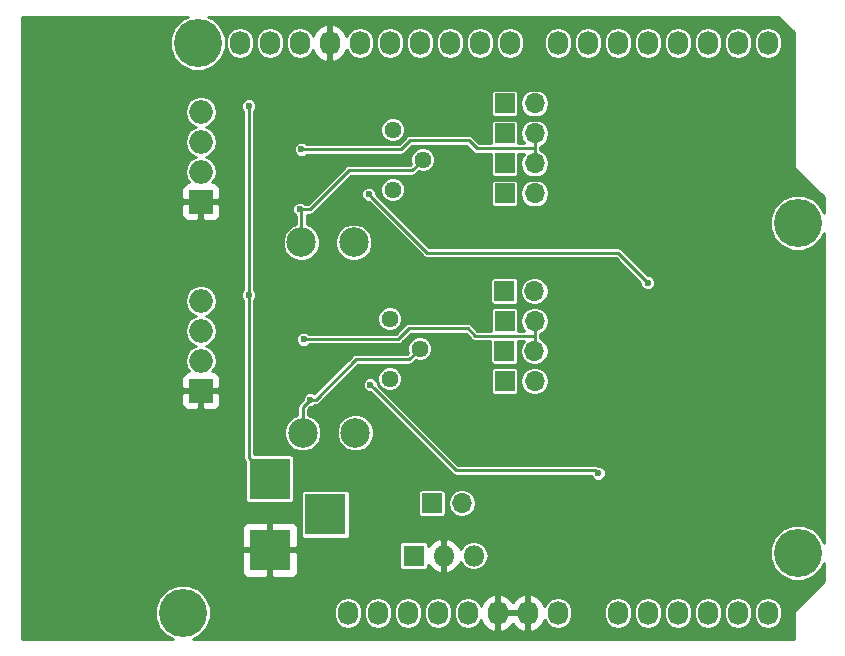
<source format=gbr>
G04 #@! TF.GenerationSoftware,KiCad,Pcbnew,(5.0.2)-1*
G04 #@! TF.CreationDate,2019-01-29T00:01:16-05:00*
G04 #@! TF.ProjectId,LoadCellShield,4c6f6164-4365-46c6-9c53-6869656c642e,rev?*
G04 #@! TF.SameCoordinates,Original*
G04 #@! TF.FileFunction,Copper,L2,Bot*
G04 #@! TF.FilePolarity,Positive*
%FSLAX46Y46*%
G04 Gerber Fmt 4.6, Leading zero omitted, Abs format (unit mm)*
G04 Created by KiCad (PCBNEW (5.0.2)-1) date 1/29/2019 12:01:16 AM*
%MOMM*%
%LPD*%
G01*
G04 APERTURE LIST*
G04 #@! TA.AperFunction,ComponentPad*
%ADD10C,2.499360*%
G04 #@! TD*
G04 #@! TA.AperFunction,ComponentPad*
%ADD11R,3.500000X3.500000*%
G04 #@! TD*
G04 #@! TA.AperFunction,ComponentPad*
%ADD12O,1.998980X1.998980*%
G04 #@! TD*
G04 #@! TA.AperFunction,ComponentPad*
%ADD13R,1.998980X1.998980*%
G04 #@! TD*
G04 #@! TA.AperFunction,ComponentPad*
%ADD14O,1.727200X2.032000*%
G04 #@! TD*
G04 #@! TA.AperFunction,ComponentPad*
%ADD15C,4.064000*%
G04 #@! TD*
G04 #@! TA.AperFunction,ComponentPad*
%ADD16C,1.440000*%
G04 #@! TD*
G04 #@! TA.AperFunction,ComponentPad*
%ADD17O,1.700000X1.700000*%
G04 #@! TD*
G04 #@! TA.AperFunction,ComponentPad*
%ADD18R,1.700000X1.700000*%
G04 #@! TD*
G04 #@! TA.AperFunction,ComponentPad*
%ADD19O,1.800000X1.800000*%
G04 #@! TD*
G04 #@! TA.AperFunction,ComponentPad*
%ADD20R,1.800000X1.800000*%
G04 #@! TD*
G04 #@! TA.AperFunction,ViaPad*
%ADD21C,0.600000*%
G04 #@! TD*
G04 #@! TA.AperFunction,Conductor*
%ADD22C,0.250000*%
G04 #@! TD*
G04 #@! TA.AperFunction,Conductor*
%ADD23C,0.254000*%
G04 #@! TD*
G04 APERTURE END LIST*
D10*
G04 #@! TO.P,TP11,1*
G04 #@! TO.N,Net-(IC2-Pad8)*
X135001000Y-92456000D03*
G04 #@! TD*
G04 #@! TO.P,TP12,1*
G04 #@! TO.N,Net-(IC2-Pad9)*
X139446000Y-92456000D03*
G04 #@! TD*
G04 #@! TO.P,TP10,1*
G04 #@! TO.N,Net-(IC1-Pad9)*
X139573000Y-108585000D03*
G04 #@! TD*
G04 #@! TO.P,TP9,1*
G04 #@! TO.N,Net-(IC1-Pad8)*
X135128000Y-108585000D03*
G04 #@! TD*
D11*
G04 #@! TO.P,J7,1*
G04 #@! TO.N,Analog_Vin*
X132334000Y-112491000D03*
G04 #@! TO.P,J7,2*
G04 #@! TO.N,GND*
X132334000Y-118491000D03*
G04 #@! TO.P,J7,3*
G04 #@! TO.N,Net-(J7-Pad3)*
X137034000Y-115491000D03*
G04 #@! TD*
D12*
G04 #@! TO.P,J2,3*
G04 #@! TO.N,Net-(IC2-Pad6)*
X126492000Y-83947000D03*
G04 #@! TO.P,J2,2*
G04 #@! TO.N,Net-(IC2-Pad7)*
X126492000Y-86487000D03*
D13*
G04 #@! TO.P,J2,1*
G04 #@! TO.N,GND*
X126492000Y-89027000D03*
D12*
G04 #@! TO.P,J2,4*
G04 #@! TO.N,V_Bridge1*
X126492000Y-81407000D03*
G04 #@! TD*
D14*
G04 #@! TO.P,P1,1*
G04 #@! TO.N,Net-(P1-Pad1)*
X138938000Y-123825000D03*
G04 #@! TO.P,P1,2*
G04 #@! TO.N,/IOREF*
X141478000Y-123825000D03*
G04 #@! TO.P,P1,3*
G04 #@! TO.N,/Reset*
X144018000Y-123825000D03*
G04 #@! TO.P,P1,4*
G04 #@! TO.N,+3V3*
X146558000Y-123825000D03*
G04 #@! TO.P,P1,5*
G04 #@! TO.N,+5V*
X149098000Y-123825000D03*
G04 #@! TO.P,P1,6*
G04 #@! TO.N,GND*
X151638000Y-123825000D03*
G04 #@! TO.P,P1,7*
X154178000Y-123825000D03*
G04 #@! TO.P,P1,8*
G04 #@! TO.N,Vin*
X156718000Y-123825000D03*
G04 #@! TD*
G04 #@! TO.P,P2,1*
G04 #@! TO.N,Channel0*
X161798000Y-123825000D03*
G04 #@! TO.P,P2,2*
G04 #@! TO.N,Channel1*
X164338000Y-123825000D03*
G04 #@! TO.P,P2,3*
G04 #@! TO.N,/A2*
X166878000Y-123825000D03*
G04 #@! TO.P,P2,4*
G04 #@! TO.N,/A3*
X169418000Y-123825000D03*
G04 #@! TO.P,P2,5*
G04 #@! TO.N,/A4(SDA)*
X171958000Y-123825000D03*
G04 #@! TO.P,P2,6*
G04 #@! TO.N,/A5(SCL)*
X174498000Y-123825000D03*
G04 #@! TD*
G04 #@! TO.P,P3,1*
G04 #@! TO.N,/A5(SCL)*
X129794000Y-75565000D03*
G04 #@! TO.P,P3,2*
G04 #@! TO.N,/A4(SDA)*
X132334000Y-75565000D03*
G04 #@! TO.P,P3,3*
G04 #@! TO.N,/AREF*
X134874000Y-75565000D03*
G04 #@! TO.P,P3,4*
G04 #@! TO.N,GND*
X137414000Y-75565000D03*
G04 #@! TO.P,P3,5*
G04 #@! TO.N,/13(SCK)*
X139954000Y-75565000D03*
G04 #@! TO.P,P3,6*
G04 #@! TO.N,/12(MISO)*
X142494000Y-75565000D03*
G04 #@! TO.P,P3,7*
G04 #@! TO.N,/11(\002A\002A/MOSI)*
X145034000Y-75565000D03*
G04 #@! TO.P,P3,8*
G04 #@! TO.N,/10(\002A\002A/SS)*
X147574000Y-75565000D03*
G04 #@! TO.P,P3,9*
G04 #@! TO.N,/9(\002A\002A)*
X150114000Y-75565000D03*
G04 #@! TO.P,P3,10*
G04 #@! TO.N,/8*
X152654000Y-75565000D03*
G04 #@! TD*
G04 #@! TO.P,P4,1*
G04 #@! TO.N,/7*
X156718000Y-75565000D03*
G04 #@! TO.P,P4,2*
G04 #@! TO.N,/6(\002A\002A)*
X159258000Y-75565000D03*
G04 #@! TO.P,P4,3*
G04 #@! TO.N,/5(\002A\002A)*
X161798000Y-75565000D03*
G04 #@! TO.P,P4,4*
G04 #@! TO.N,Sleep1*
X164338000Y-75565000D03*
G04 #@! TO.P,P4,5*
G04 #@! TO.N,/3(\002A\002A)*
X166878000Y-75565000D03*
G04 #@! TO.P,P4,6*
G04 #@! TO.N,Sleep0*
X169418000Y-75565000D03*
G04 #@! TO.P,P4,7*
G04 #@! TO.N,/1(Tx)*
X171958000Y-75565000D03*
G04 #@! TO.P,P4,8*
G04 #@! TO.N,/0(Rx)*
X174498000Y-75565000D03*
G04 #@! TD*
D15*
G04 #@! TO.P,P5,1*
G04 #@! TO.N,Net-(P5-Pad1)*
X124968000Y-123825000D03*
G04 #@! TD*
G04 #@! TO.P,P6,1*
G04 #@! TO.N,Net-(P6-Pad1)*
X177038000Y-118745000D03*
G04 #@! TD*
G04 #@! TO.P,P7,1*
G04 #@! TO.N,Net-(P7-Pad1)*
X126238000Y-75565000D03*
G04 #@! TD*
G04 #@! TO.P,P8,1*
G04 #@! TO.N,Net-(P8-Pad1)*
X177038000Y-90805000D03*
G04 #@! TD*
D12*
G04 #@! TO.P,J1,4*
G04 #@! TO.N,V_Bridge0*
X126492000Y-97409000D03*
D13*
G04 #@! TO.P,J1,1*
G04 #@! TO.N,GND*
X126492000Y-105029000D03*
D12*
G04 #@! TO.P,J1,2*
G04 #@! TO.N,Net-(IC1-Pad7)*
X126492000Y-102489000D03*
G04 #@! TO.P,J1,3*
G04 #@! TO.N,Net-(IC1-Pad6)*
X126492000Y-99949000D03*
G04 #@! TD*
D16*
G04 #@! TO.P,RV1,3*
G04 #@! TO.N,Net-(IC1-Pad9)*
X142494000Y-104013000D03*
G04 #@! TO.P,RV1,2*
G04 #@! TO.N,Net-(IC1-Pad8)*
X145034000Y-101473000D03*
G04 #@! TO.P,RV1,1*
G04 #@! TO.N,Net-(RV1-Pad1)*
X142494000Y-98933000D03*
G04 #@! TD*
G04 #@! TO.P,RV2,1*
G04 #@! TO.N,Net-(RV2-Pad1)*
X142748000Y-82931000D03*
G04 #@! TO.P,RV2,2*
G04 #@! TO.N,Net-(IC2-Pad8)*
X145288000Y-85471000D03*
G04 #@! TO.P,RV2,3*
G04 #@! TO.N,Net-(IC2-Pad9)*
X142748000Y-88011000D03*
G04 #@! TD*
D17*
G04 #@! TO.P,TP1,2*
G04 #@! TO.N,V_Bridge1*
X154749500Y-88328500D03*
D18*
G04 #@! TO.P,TP1,1*
G04 #@! TO.N,Net-(IC2-Pad13)*
X152209500Y-88328500D03*
G04 #@! TD*
G04 #@! TO.P,TP2,1*
G04 #@! TO.N,Net-(IC2-Pad14)*
X152209500Y-85788500D03*
D17*
G04 #@! TO.P,TP2,2*
G04 #@! TO.N,V_Bridge1*
X154749500Y-85788500D03*
G04 #@! TD*
G04 #@! TO.P,TP3,2*
G04 #@! TO.N,V_Bridge1*
X154749500Y-83248500D03*
D18*
G04 #@! TO.P,TP3,1*
G04 #@! TO.N,Net-(IC2-Pad15)*
X152209500Y-83248500D03*
G04 #@! TD*
G04 #@! TO.P,TP4,1*
G04 #@! TO.N,Net-(IC2-Pad16)*
X152209500Y-80708500D03*
D17*
G04 #@! TO.P,TP4,2*
G04 #@! TO.N,V_Bridge1*
X154749500Y-80708500D03*
G04 #@! TD*
G04 #@! TO.P,TP5,2*
G04 #@! TO.N,V_Bridge0*
X154749500Y-104203500D03*
D18*
G04 #@! TO.P,TP5,1*
G04 #@! TO.N,Net-(IC1-Pad13)*
X152209500Y-104203500D03*
G04 #@! TD*
G04 #@! TO.P,TP6,1*
G04 #@! TO.N,Net-(IC1-Pad14)*
X152202641Y-101663500D03*
D17*
G04 #@! TO.P,TP6,2*
G04 #@! TO.N,V_Bridge0*
X154742641Y-101663500D03*
G04 #@! TD*
G04 #@! TO.P,TP7,2*
G04 #@! TO.N,V_Bridge0*
X154749500Y-99123500D03*
D18*
G04 #@! TO.P,TP7,1*
G04 #@! TO.N,Net-(IC1-Pad15)*
X152209500Y-99123500D03*
G04 #@! TD*
G04 #@! TO.P,TP8,1*
G04 #@! TO.N,Net-(IC1-Pad16)*
X152202641Y-96586568D03*
D17*
G04 #@! TO.P,TP8,2*
G04 #@! TO.N,V_Bridge0*
X154742641Y-96586568D03*
G04 #@! TD*
D19*
G04 #@! TO.P,U1,3*
G04 #@! TO.N,Vin*
X149606000Y-118999000D03*
G04 #@! TO.P,U1,2*
G04 #@! TO.N,GND*
X147066000Y-118999000D03*
D20*
G04 #@! TO.P,U1,1*
G04 #@! TO.N,Analog_Vin*
X144526000Y-118999000D03*
G04 #@! TD*
D18*
G04 #@! TO.P,REF\002A\002A,1*
G04 #@! TO.N,Analog_Vin*
X146050000Y-114554000D03*
D17*
G04 #@! TO.P,REF\002A\002A,2*
G04 #@! TO.N,Vin*
X148590000Y-114554000D03*
G04 #@! TD*
D21*
G04 #@! TO.N,GND*
X132080000Y-100012500D03*
X131953000Y-84010500D03*
X132080000Y-101981000D03*
X138557000Y-101917500D03*
X138366500Y-85852000D03*
X128143000Y-101727000D03*
X128143000Y-99187000D03*
X128143000Y-83312000D03*
X148463000Y-86995000D03*
X148463000Y-89535000D03*
X138049000Y-81915000D03*
X129921000Y-90170000D03*
X131191000Y-90170000D03*
X129921000Y-94615000D03*
X131191000Y-94615000D03*
X129921000Y-106045000D03*
X131191000Y-106045000D03*
X129921000Y-109855000D03*
X131191000Y-109855000D03*
X128143000Y-80645000D03*
X128143000Y-96520000D03*
X156718000Y-117475000D03*
X160528000Y-121285000D03*
X163068000Y-121285000D03*
X165608000Y-121285000D03*
X160528000Y-116205000D03*
X163068000Y-116205000D03*
X165608000Y-116205000D03*
X163068000Y-111125000D03*
X165608000Y-111125000D03*
X165608000Y-106045000D03*
X163068000Y-106045000D03*
X165608000Y-100965000D03*
X163068000Y-100965000D03*
X154813000Y-76644500D03*
X154813000Y-79121000D03*
X148463000Y-97663000D03*
X148463000Y-102870000D03*
X145923000Y-107950000D03*
X145923000Y-111125000D03*
X153543000Y-87058500D03*
X148463000Y-81597500D03*
X140208000Y-79375000D03*
X148463000Y-84772500D03*
X153543000Y-81978500D03*
X135001000Y-85852000D03*
X131953000Y-85915500D03*
X135191500Y-99377500D03*
X135191500Y-101917500D03*
X135001000Y-83312000D03*
X136661990Y-81915000D03*
X167513000Y-77660500D03*
X163703000Y-77597000D03*
X163703000Y-79057500D03*
X167513000Y-79057500D03*
X153479500Y-97853500D03*
X153479500Y-102933500D03*
X156718000Y-113030000D03*
X156718000Y-110490000D03*
X150368000Y-113030000D03*
X150368000Y-110490000D03*
X145923000Y-94615000D03*
X128143000Y-85852000D03*
X148463000Y-100711000D03*
X145923000Y-92075000D03*
X152273000Y-94615000D03*
X152273000Y-92075000D03*
X161798000Y-95250000D03*
X163703000Y-93345000D03*
X158623000Y-94615000D03*
X158623000Y-92075000D03*
X148463000Y-105410000D03*
G04 #@! TO.N,Net-(IC1-Pad8)*
X135763000Y-105791000D03*
G04 #@! TO.N,Channel0*
X160147000Y-112014000D03*
X140843004Y-104521000D03*
G04 #@! TO.N,Channel1*
X164338000Y-95885000D03*
X140716000Y-88392020D03*
G04 #@! TO.N,Net-(IC2-Pad8)*
X134874000Y-89662000D03*
G04 #@! TO.N,V_Bridge0*
X135191500Y-100673344D03*
G04 #@! TO.N,V_Bridge1*
X135011000Y-84582000D03*
G04 #@! TO.N,Analog_Vin*
X130556000Y-80899000D03*
X130556000Y-96901000D03*
G04 #@! TD*
D22*
G04 #@! TO.N,Vin*
X156718000Y-123825000D02*
X156718000Y-123672600D01*
G04 #@! TO.N,Net-(IC1-Pad8)*
X135128000Y-106426000D02*
X135763000Y-105791000D01*
X135128000Y-108585000D02*
X135128000Y-106426000D01*
X136207500Y-105791000D02*
X135763000Y-105791000D01*
X139636500Y-102362000D02*
X136207500Y-105791000D01*
X145034000Y-101473000D02*
X144145000Y-102362000D01*
X144145000Y-102362000D02*
X139636500Y-102362000D01*
G04 #@! TO.N,Channel0*
X161798000Y-123825000D02*
X161798000Y-123672600D01*
X141143003Y-104820999D02*
X140843004Y-104521000D01*
X148082004Y-111760000D02*
X141143003Y-104820999D01*
X160147000Y-112014000D02*
X159893000Y-111760000D01*
X159893000Y-111760000D02*
X148082004Y-111760000D01*
G04 #@! TO.N,Channel1*
X141015999Y-88692019D02*
X140716000Y-88392020D01*
X145668980Y-93345000D02*
X141015999Y-88692019D01*
X164338000Y-95885000D02*
X161798000Y-93345000D01*
X161798000Y-93345000D02*
X145668980Y-93345000D01*
G04 #@! TO.N,Net-(IC2-Pad8)*
X135001000Y-89789000D02*
X134874000Y-89662000D01*
X135001000Y-92456000D02*
X135001000Y-89789000D01*
X135763000Y-89662000D02*
X134874000Y-89662000D01*
X139065000Y-86360000D02*
X135763000Y-89662000D01*
X145288000Y-85471000D02*
X144399000Y-86360000D01*
X144399000Y-86360000D02*
X139065000Y-86360000D01*
G04 #@! TO.N,V_Bridge0*
X154749500Y-101656641D02*
X154742641Y-101663500D01*
X154749500Y-99123500D02*
X154749500Y-101656641D01*
X135217344Y-100647500D02*
X135191500Y-100673344D01*
X143192500Y-100647500D02*
X135217344Y-100647500D01*
X154749500Y-100330000D02*
X154686000Y-100393500D01*
X154749500Y-101656641D02*
X154749500Y-100330000D01*
X154686000Y-100393500D02*
X149733000Y-100393500D01*
X149733000Y-100393500D02*
X149098000Y-99758500D01*
X149098000Y-99758500D02*
X144081500Y-99758500D01*
X144081500Y-99758500D02*
X143192500Y-100647500D01*
G04 #@! TO.N,V_Bridge1*
X154749500Y-84772500D02*
X154749500Y-83248500D01*
X143446500Y-84582000D02*
X135011000Y-84582000D01*
X144208500Y-83820000D02*
X143446500Y-84582000D01*
X149161500Y-83820000D02*
X144208500Y-83820000D01*
X149860000Y-84518500D02*
X149161500Y-83820000D01*
X154749500Y-85788500D02*
X154749500Y-84518500D01*
X154749500Y-84518500D02*
X149860000Y-84518500D01*
G04 #@! TO.N,Analog_Vin*
X130556000Y-110713000D02*
X132334000Y-112491000D01*
X130556000Y-80899000D02*
X130556000Y-96901000D01*
X130556000Y-96901000D02*
X130556000Y-110713000D01*
G04 #@! TD*
D23*
G04 #@! TO.N,GND*
G36*
X124901734Y-73565136D02*
X124238136Y-74228734D01*
X123879000Y-75095766D01*
X123879000Y-76034234D01*
X124238136Y-76901266D01*
X124901734Y-77564864D01*
X125768766Y-77924000D01*
X126707234Y-77924000D01*
X127574266Y-77564864D01*
X128237864Y-76901266D01*
X128597000Y-76034234D01*
X128597000Y-75295339D01*
X128603400Y-75295339D01*
X128603400Y-75834662D01*
X128672480Y-76181949D01*
X128935626Y-76575775D01*
X129329452Y-76838920D01*
X129794000Y-76931325D01*
X130258549Y-76838920D01*
X130652375Y-76575775D01*
X130915520Y-76181948D01*
X130984600Y-75834661D01*
X130984600Y-75295339D01*
X131143400Y-75295339D01*
X131143400Y-75834662D01*
X131212480Y-76181949D01*
X131475626Y-76575775D01*
X131869452Y-76838920D01*
X132334000Y-76931325D01*
X132798549Y-76838920D01*
X133192375Y-76575775D01*
X133455520Y-76181948D01*
X133524600Y-75834661D01*
X133524600Y-75295339D01*
X133683400Y-75295339D01*
X133683400Y-75834662D01*
X133752480Y-76181949D01*
X134015626Y-76575775D01*
X134409452Y-76838920D01*
X134874000Y-76931325D01*
X135338549Y-76838920D01*
X135732375Y-76575775D01*
X135995520Y-76181948D01*
X136003679Y-76140932D01*
X136122046Y-76479320D01*
X136511964Y-76915732D01*
X137039209Y-77169709D01*
X137054974Y-77172358D01*
X137287000Y-77051217D01*
X137287000Y-75692000D01*
X137267000Y-75692000D01*
X137267000Y-75438000D01*
X137287000Y-75438000D01*
X137287000Y-74078783D01*
X137541000Y-74078783D01*
X137541000Y-75438000D01*
X137561000Y-75438000D01*
X137561000Y-75692000D01*
X137541000Y-75692000D01*
X137541000Y-77051217D01*
X137773026Y-77172358D01*
X137788791Y-77169709D01*
X138316036Y-76915732D01*
X138705954Y-76479320D01*
X138824321Y-76140932D01*
X138832480Y-76181949D01*
X139095626Y-76575775D01*
X139489452Y-76838920D01*
X139954000Y-76931325D01*
X140418549Y-76838920D01*
X140812375Y-76575775D01*
X141075520Y-76181948D01*
X141144600Y-75834661D01*
X141144600Y-75295339D01*
X141303400Y-75295339D01*
X141303400Y-75834662D01*
X141372480Y-76181949D01*
X141635626Y-76575775D01*
X142029452Y-76838920D01*
X142494000Y-76931325D01*
X142958549Y-76838920D01*
X143352375Y-76575775D01*
X143615520Y-76181948D01*
X143684600Y-75834661D01*
X143684600Y-75295339D01*
X143843400Y-75295339D01*
X143843400Y-75834662D01*
X143912480Y-76181949D01*
X144175626Y-76575775D01*
X144569452Y-76838920D01*
X145034000Y-76931325D01*
X145498549Y-76838920D01*
X145892375Y-76575775D01*
X146155520Y-76181948D01*
X146224600Y-75834661D01*
X146224600Y-75295339D01*
X146383400Y-75295339D01*
X146383400Y-75834662D01*
X146452480Y-76181949D01*
X146715626Y-76575775D01*
X147109452Y-76838920D01*
X147574000Y-76931325D01*
X148038549Y-76838920D01*
X148432375Y-76575775D01*
X148695520Y-76181948D01*
X148764600Y-75834661D01*
X148764600Y-75295339D01*
X148923400Y-75295339D01*
X148923400Y-75834662D01*
X148992480Y-76181949D01*
X149255626Y-76575775D01*
X149649452Y-76838920D01*
X150114000Y-76931325D01*
X150578549Y-76838920D01*
X150972375Y-76575775D01*
X151235520Y-76181948D01*
X151304600Y-75834661D01*
X151304600Y-75295339D01*
X151463400Y-75295339D01*
X151463400Y-75834662D01*
X151532480Y-76181949D01*
X151795626Y-76575775D01*
X152189452Y-76838920D01*
X152654000Y-76931325D01*
X153118549Y-76838920D01*
X153512375Y-76575775D01*
X153775520Y-76181948D01*
X153844600Y-75834661D01*
X153844600Y-75295339D01*
X155527400Y-75295339D01*
X155527400Y-75834662D01*
X155596480Y-76181949D01*
X155859626Y-76575775D01*
X156253452Y-76838920D01*
X156718000Y-76931325D01*
X157182549Y-76838920D01*
X157576375Y-76575775D01*
X157839520Y-76181948D01*
X157908600Y-75834661D01*
X157908600Y-75295339D01*
X158067400Y-75295339D01*
X158067400Y-75834662D01*
X158136480Y-76181949D01*
X158399626Y-76575775D01*
X158793452Y-76838920D01*
X159258000Y-76931325D01*
X159722549Y-76838920D01*
X160116375Y-76575775D01*
X160379520Y-76181948D01*
X160448600Y-75834661D01*
X160448600Y-75295339D01*
X160607400Y-75295339D01*
X160607400Y-75834662D01*
X160676480Y-76181949D01*
X160939626Y-76575775D01*
X161333452Y-76838920D01*
X161798000Y-76931325D01*
X162262549Y-76838920D01*
X162656375Y-76575775D01*
X162919520Y-76181948D01*
X162988600Y-75834661D01*
X162988600Y-75295339D01*
X163147400Y-75295339D01*
X163147400Y-75834662D01*
X163216480Y-76181949D01*
X163479626Y-76575775D01*
X163873452Y-76838920D01*
X164338000Y-76931325D01*
X164802549Y-76838920D01*
X165196375Y-76575775D01*
X165459520Y-76181948D01*
X165528600Y-75834661D01*
X165528600Y-75295339D01*
X165687400Y-75295339D01*
X165687400Y-75834662D01*
X165756480Y-76181949D01*
X166019626Y-76575775D01*
X166413452Y-76838920D01*
X166878000Y-76931325D01*
X167342549Y-76838920D01*
X167736375Y-76575775D01*
X167999520Y-76181948D01*
X168068600Y-75834661D01*
X168068600Y-75295339D01*
X168227400Y-75295339D01*
X168227400Y-75834662D01*
X168296480Y-76181949D01*
X168559626Y-76575775D01*
X168953452Y-76838920D01*
X169418000Y-76931325D01*
X169882549Y-76838920D01*
X170276375Y-76575775D01*
X170539520Y-76181948D01*
X170608600Y-75834661D01*
X170608600Y-75295339D01*
X170767400Y-75295339D01*
X170767400Y-75834662D01*
X170836480Y-76181949D01*
X171099626Y-76575775D01*
X171493452Y-76838920D01*
X171958000Y-76931325D01*
X172422549Y-76838920D01*
X172816375Y-76575775D01*
X173079520Y-76181948D01*
X173148600Y-75834661D01*
X173148600Y-75295339D01*
X173307400Y-75295339D01*
X173307400Y-75834662D01*
X173376480Y-76181949D01*
X173639626Y-76575775D01*
X174033452Y-76838920D01*
X174498000Y-76931325D01*
X174962549Y-76838920D01*
X175356375Y-76575775D01*
X175619520Y-76181948D01*
X175688600Y-75834661D01*
X175688600Y-75295338D01*
X175619520Y-74948051D01*
X175356375Y-74554225D01*
X174962548Y-74291080D01*
X174498000Y-74198675D01*
X174033451Y-74291080D01*
X173639625Y-74554225D01*
X173376480Y-74948052D01*
X173307400Y-75295339D01*
X173148600Y-75295339D01*
X173148600Y-75295338D01*
X173079520Y-74948051D01*
X172816375Y-74554225D01*
X172422548Y-74291080D01*
X171958000Y-74198675D01*
X171493451Y-74291080D01*
X171099625Y-74554225D01*
X170836480Y-74948052D01*
X170767400Y-75295339D01*
X170608600Y-75295339D01*
X170608600Y-75295338D01*
X170539520Y-74948051D01*
X170276375Y-74554225D01*
X169882548Y-74291080D01*
X169418000Y-74198675D01*
X168953451Y-74291080D01*
X168559625Y-74554225D01*
X168296480Y-74948052D01*
X168227400Y-75295339D01*
X168068600Y-75295339D01*
X168068600Y-75295338D01*
X167999520Y-74948051D01*
X167736375Y-74554225D01*
X167342548Y-74291080D01*
X166878000Y-74198675D01*
X166413451Y-74291080D01*
X166019625Y-74554225D01*
X165756480Y-74948052D01*
X165687400Y-75295339D01*
X165528600Y-75295339D01*
X165528600Y-75295338D01*
X165459520Y-74948051D01*
X165196375Y-74554225D01*
X164802548Y-74291080D01*
X164338000Y-74198675D01*
X163873451Y-74291080D01*
X163479625Y-74554225D01*
X163216480Y-74948052D01*
X163147400Y-75295339D01*
X162988600Y-75295339D01*
X162988600Y-75295338D01*
X162919520Y-74948051D01*
X162656375Y-74554225D01*
X162262548Y-74291080D01*
X161798000Y-74198675D01*
X161333451Y-74291080D01*
X160939625Y-74554225D01*
X160676480Y-74948052D01*
X160607400Y-75295339D01*
X160448600Y-75295339D01*
X160448600Y-75295338D01*
X160379520Y-74948051D01*
X160116375Y-74554225D01*
X159722548Y-74291080D01*
X159258000Y-74198675D01*
X158793451Y-74291080D01*
X158399625Y-74554225D01*
X158136480Y-74948052D01*
X158067400Y-75295339D01*
X157908600Y-75295339D01*
X157908600Y-75295338D01*
X157839520Y-74948051D01*
X157576375Y-74554225D01*
X157182548Y-74291080D01*
X156718000Y-74198675D01*
X156253451Y-74291080D01*
X155859625Y-74554225D01*
X155596480Y-74948052D01*
X155527400Y-75295339D01*
X153844600Y-75295339D01*
X153844600Y-75295338D01*
X153775520Y-74948051D01*
X153512375Y-74554225D01*
X153118548Y-74291080D01*
X152654000Y-74198675D01*
X152189451Y-74291080D01*
X151795625Y-74554225D01*
X151532480Y-74948052D01*
X151463400Y-75295339D01*
X151304600Y-75295339D01*
X151304600Y-75295338D01*
X151235520Y-74948051D01*
X150972375Y-74554225D01*
X150578548Y-74291080D01*
X150114000Y-74198675D01*
X149649451Y-74291080D01*
X149255625Y-74554225D01*
X148992480Y-74948052D01*
X148923400Y-75295339D01*
X148764600Y-75295339D01*
X148764600Y-75295338D01*
X148695520Y-74948051D01*
X148432375Y-74554225D01*
X148038548Y-74291080D01*
X147574000Y-74198675D01*
X147109451Y-74291080D01*
X146715625Y-74554225D01*
X146452480Y-74948052D01*
X146383400Y-75295339D01*
X146224600Y-75295339D01*
X146224600Y-75295338D01*
X146155520Y-74948051D01*
X145892375Y-74554225D01*
X145498548Y-74291080D01*
X145034000Y-74198675D01*
X144569451Y-74291080D01*
X144175625Y-74554225D01*
X143912480Y-74948052D01*
X143843400Y-75295339D01*
X143684600Y-75295339D01*
X143684600Y-75295338D01*
X143615520Y-74948051D01*
X143352375Y-74554225D01*
X142958548Y-74291080D01*
X142494000Y-74198675D01*
X142029451Y-74291080D01*
X141635625Y-74554225D01*
X141372480Y-74948052D01*
X141303400Y-75295339D01*
X141144600Y-75295339D01*
X141144600Y-75295338D01*
X141075520Y-74948051D01*
X140812375Y-74554225D01*
X140418548Y-74291080D01*
X139954000Y-74198675D01*
X139489451Y-74291080D01*
X139095625Y-74554225D01*
X138832480Y-74948052D01*
X138824321Y-74989068D01*
X138705954Y-74650680D01*
X138316036Y-74214268D01*
X137788791Y-73960291D01*
X137773026Y-73957642D01*
X137541000Y-74078783D01*
X137287000Y-74078783D01*
X137054974Y-73957642D01*
X137039209Y-73960291D01*
X136511964Y-74214268D01*
X136122046Y-74650680D01*
X136003679Y-74989068D01*
X135995520Y-74948051D01*
X135732375Y-74554225D01*
X135338548Y-74291080D01*
X134874000Y-74198675D01*
X134409451Y-74291080D01*
X134015625Y-74554225D01*
X133752480Y-74948052D01*
X133683400Y-75295339D01*
X133524600Y-75295339D01*
X133524600Y-75295338D01*
X133455520Y-74948051D01*
X133192375Y-74554225D01*
X132798548Y-74291080D01*
X132334000Y-74198675D01*
X131869451Y-74291080D01*
X131475625Y-74554225D01*
X131212480Y-74948052D01*
X131143400Y-75295339D01*
X130984600Y-75295339D01*
X130984600Y-75295338D01*
X130915520Y-74948051D01*
X130652375Y-74554225D01*
X130258548Y-74291080D01*
X129794000Y-74198675D01*
X129329451Y-74291080D01*
X128935625Y-74554225D01*
X128672480Y-74948052D01*
X128603400Y-75295339D01*
X128597000Y-75295339D01*
X128597000Y-75095766D01*
X128237864Y-74228734D01*
X127574266Y-73565136D01*
X127064538Y-73354000D01*
X175377724Y-73354000D01*
X176709001Y-74685277D01*
X176709000Y-85946604D01*
X176702556Y-85979000D01*
X176709000Y-86011396D01*
X176709000Y-86011400D01*
X176728089Y-86107368D01*
X176751520Y-86142436D01*
X176779052Y-86183639D01*
X176800805Y-86216195D01*
X176828272Y-86234548D01*
X179249001Y-88655277D01*
X179249001Y-89978464D01*
X179037864Y-89468734D01*
X178374266Y-88805136D01*
X177507234Y-88446000D01*
X176568766Y-88446000D01*
X175701734Y-88805136D01*
X175038136Y-89468734D01*
X174679000Y-90335766D01*
X174679000Y-91274234D01*
X175038136Y-92141266D01*
X175701734Y-92804864D01*
X176568766Y-93164000D01*
X177507234Y-93164000D01*
X178374266Y-92804864D01*
X179037864Y-92141266D01*
X179249001Y-91631536D01*
X179249000Y-117918462D01*
X179037864Y-117408734D01*
X178374266Y-116745136D01*
X177507234Y-116386000D01*
X176568766Y-116386000D01*
X175701734Y-116745136D01*
X175038136Y-117408734D01*
X174679000Y-118275766D01*
X174679000Y-119214234D01*
X175038136Y-120081266D01*
X175701734Y-120744864D01*
X176568766Y-121104000D01*
X177507234Y-121104000D01*
X178374266Y-120744864D01*
X179037864Y-120081266D01*
X179249000Y-119571538D01*
X179249000Y-121148724D01*
X176828270Y-123569454D01*
X176800806Y-123587805D01*
X176782455Y-123615269D01*
X176782451Y-123615273D01*
X176728090Y-123696631D01*
X176702556Y-123825000D01*
X176709001Y-123857401D01*
X176709000Y-126036000D01*
X125794538Y-126036000D01*
X126304266Y-125824864D01*
X126967864Y-125161266D01*
X127327000Y-124294234D01*
X127327000Y-123555339D01*
X137747400Y-123555339D01*
X137747400Y-124094662D01*
X137816480Y-124441949D01*
X138079626Y-124835775D01*
X138473452Y-125098920D01*
X138938000Y-125191325D01*
X139402549Y-125098920D01*
X139796375Y-124835775D01*
X140059520Y-124441948D01*
X140128600Y-124094661D01*
X140128600Y-123555339D01*
X140287400Y-123555339D01*
X140287400Y-124094662D01*
X140356480Y-124441949D01*
X140619626Y-124835775D01*
X141013452Y-125098920D01*
X141478000Y-125191325D01*
X141942549Y-125098920D01*
X142336375Y-124835775D01*
X142599520Y-124441948D01*
X142668600Y-124094661D01*
X142668600Y-123555339D01*
X142827400Y-123555339D01*
X142827400Y-124094662D01*
X142896480Y-124441949D01*
X143159626Y-124835775D01*
X143553452Y-125098920D01*
X144018000Y-125191325D01*
X144482549Y-125098920D01*
X144876375Y-124835775D01*
X145139520Y-124441948D01*
X145208600Y-124094661D01*
X145208600Y-123555339D01*
X145367400Y-123555339D01*
X145367400Y-124094662D01*
X145436480Y-124441949D01*
X145699626Y-124835775D01*
X146093452Y-125098920D01*
X146558000Y-125191325D01*
X147022549Y-125098920D01*
X147416375Y-124835775D01*
X147679520Y-124441948D01*
X147748600Y-124094661D01*
X147748600Y-123555339D01*
X147907400Y-123555339D01*
X147907400Y-124094662D01*
X147976480Y-124441949D01*
X148239626Y-124835775D01*
X148633452Y-125098920D01*
X149098000Y-125191325D01*
X149562549Y-125098920D01*
X149956375Y-124835775D01*
X150219520Y-124441948D01*
X150227679Y-124400932D01*
X150346046Y-124739320D01*
X150735964Y-125175732D01*
X151263209Y-125429709D01*
X151278974Y-125432358D01*
X151511000Y-125311217D01*
X151511000Y-123952000D01*
X151765000Y-123952000D01*
X151765000Y-125311217D01*
X151997026Y-125432358D01*
X152012791Y-125429709D01*
X152540036Y-125175732D01*
X152908000Y-124763892D01*
X153275964Y-125175732D01*
X153803209Y-125429709D01*
X153818974Y-125432358D01*
X154051000Y-125311217D01*
X154051000Y-123952000D01*
X151765000Y-123952000D01*
X151511000Y-123952000D01*
X151491000Y-123952000D01*
X151491000Y-123698000D01*
X151511000Y-123698000D01*
X151511000Y-122338783D01*
X151765000Y-122338783D01*
X151765000Y-123698000D01*
X154051000Y-123698000D01*
X154051000Y-122338783D01*
X154305000Y-122338783D01*
X154305000Y-123698000D01*
X154325000Y-123698000D01*
X154325000Y-123952000D01*
X154305000Y-123952000D01*
X154305000Y-125311217D01*
X154537026Y-125432358D01*
X154552791Y-125429709D01*
X155080036Y-125175732D01*
X155469954Y-124739320D01*
X155588321Y-124400932D01*
X155596480Y-124441949D01*
X155859626Y-124835775D01*
X156253452Y-125098920D01*
X156718000Y-125191325D01*
X157182549Y-125098920D01*
X157576375Y-124835775D01*
X157839520Y-124441948D01*
X157908600Y-124094661D01*
X157908600Y-123555339D01*
X160607400Y-123555339D01*
X160607400Y-124094662D01*
X160676480Y-124441949D01*
X160939626Y-124835775D01*
X161333452Y-125098920D01*
X161798000Y-125191325D01*
X162262549Y-125098920D01*
X162656375Y-124835775D01*
X162919520Y-124441948D01*
X162988600Y-124094661D01*
X162988600Y-123555339D01*
X163147400Y-123555339D01*
X163147400Y-124094662D01*
X163216480Y-124441949D01*
X163479626Y-124835775D01*
X163873452Y-125098920D01*
X164338000Y-125191325D01*
X164802549Y-125098920D01*
X165196375Y-124835775D01*
X165459520Y-124441948D01*
X165528600Y-124094661D01*
X165528600Y-123555339D01*
X165687400Y-123555339D01*
X165687400Y-124094662D01*
X165756480Y-124441949D01*
X166019626Y-124835775D01*
X166413452Y-125098920D01*
X166878000Y-125191325D01*
X167342549Y-125098920D01*
X167736375Y-124835775D01*
X167999520Y-124441948D01*
X168068600Y-124094661D01*
X168068600Y-123555339D01*
X168227400Y-123555339D01*
X168227400Y-124094662D01*
X168296480Y-124441949D01*
X168559626Y-124835775D01*
X168953452Y-125098920D01*
X169418000Y-125191325D01*
X169882549Y-125098920D01*
X170276375Y-124835775D01*
X170539520Y-124441948D01*
X170608600Y-124094661D01*
X170608600Y-123555339D01*
X170767400Y-123555339D01*
X170767400Y-124094662D01*
X170836480Y-124441949D01*
X171099626Y-124835775D01*
X171493452Y-125098920D01*
X171958000Y-125191325D01*
X172422549Y-125098920D01*
X172816375Y-124835775D01*
X173079520Y-124441948D01*
X173148600Y-124094661D01*
X173148600Y-123555339D01*
X173307400Y-123555339D01*
X173307400Y-124094662D01*
X173376480Y-124441949D01*
X173639626Y-124835775D01*
X174033452Y-125098920D01*
X174498000Y-125191325D01*
X174962549Y-125098920D01*
X175356375Y-124835775D01*
X175619520Y-124441948D01*
X175688600Y-124094661D01*
X175688600Y-123555338D01*
X175619520Y-123208051D01*
X175356375Y-122814225D01*
X174962548Y-122551080D01*
X174498000Y-122458675D01*
X174033451Y-122551080D01*
X173639625Y-122814225D01*
X173376480Y-123208052D01*
X173307400Y-123555339D01*
X173148600Y-123555339D01*
X173148600Y-123555338D01*
X173079520Y-123208051D01*
X172816375Y-122814225D01*
X172422548Y-122551080D01*
X171958000Y-122458675D01*
X171493451Y-122551080D01*
X171099625Y-122814225D01*
X170836480Y-123208052D01*
X170767400Y-123555339D01*
X170608600Y-123555339D01*
X170608600Y-123555338D01*
X170539520Y-123208051D01*
X170276375Y-122814225D01*
X169882548Y-122551080D01*
X169418000Y-122458675D01*
X168953451Y-122551080D01*
X168559625Y-122814225D01*
X168296480Y-123208052D01*
X168227400Y-123555339D01*
X168068600Y-123555339D01*
X168068600Y-123555338D01*
X167999520Y-123208051D01*
X167736375Y-122814225D01*
X167342548Y-122551080D01*
X166878000Y-122458675D01*
X166413451Y-122551080D01*
X166019625Y-122814225D01*
X165756480Y-123208052D01*
X165687400Y-123555339D01*
X165528600Y-123555339D01*
X165528600Y-123555338D01*
X165459520Y-123208051D01*
X165196375Y-122814225D01*
X164802548Y-122551080D01*
X164338000Y-122458675D01*
X163873451Y-122551080D01*
X163479625Y-122814225D01*
X163216480Y-123208052D01*
X163147400Y-123555339D01*
X162988600Y-123555339D01*
X162988600Y-123555338D01*
X162919520Y-123208051D01*
X162656375Y-122814225D01*
X162262548Y-122551080D01*
X161798000Y-122458675D01*
X161333451Y-122551080D01*
X160939625Y-122814225D01*
X160676480Y-123208052D01*
X160607400Y-123555339D01*
X157908600Y-123555339D01*
X157908600Y-123555338D01*
X157839520Y-123208051D01*
X157576375Y-122814225D01*
X157182548Y-122551080D01*
X156718000Y-122458675D01*
X156253451Y-122551080D01*
X155859625Y-122814225D01*
X155596480Y-123208052D01*
X155588321Y-123249068D01*
X155469954Y-122910680D01*
X155080036Y-122474268D01*
X154552791Y-122220291D01*
X154537026Y-122217642D01*
X154305000Y-122338783D01*
X154051000Y-122338783D01*
X153818974Y-122217642D01*
X153803209Y-122220291D01*
X153275964Y-122474268D01*
X152908000Y-122886108D01*
X152540036Y-122474268D01*
X152012791Y-122220291D01*
X151997026Y-122217642D01*
X151765000Y-122338783D01*
X151511000Y-122338783D01*
X151278974Y-122217642D01*
X151263209Y-122220291D01*
X150735964Y-122474268D01*
X150346046Y-122910680D01*
X150227679Y-123249068D01*
X150219520Y-123208051D01*
X149956375Y-122814225D01*
X149562548Y-122551080D01*
X149098000Y-122458675D01*
X148633451Y-122551080D01*
X148239625Y-122814225D01*
X147976480Y-123208052D01*
X147907400Y-123555339D01*
X147748600Y-123555339D01*
X147748600Y-123555338D01*
X147679520Y-123208051D01*
X147416375Y-122814225D01*
X147022548Y-122551080D01*
X146558000Y-122458675D01*
X146093451Y-122551080D01*
X145699625Y-122814225D01*
X145436480Y-123208052D01*
X145367400Y-123555339D01*
X145208600Y-123555339D01*
X145208600Y-123555338D01*
X145139520Y-123208051D01*
X144876375Y-122814225D01*
X144482548Y-122551080D01*
X144018000Y-122458675D01*
X143553451Y-122551080D01*
X143159625Y-122814225D01*
X142896480Y-123208052D01*
X142827400Y-123555339D01*
X142668600Y-123555339D01*
X142668600Y-123555338D01*
X142599520Y-123208051D01*
X142336375Y-122814225D01*
X141942548Y-122551080D01*
X141478000Y-122458675D01*
X141013451Y-122551080D01*
X140619625Y-122814225D01*
X140356480Y-123208052D01*
X140287400Y-123555339D01*
X140128600Y-123555339D01*
X140128600Y-123555338D01*
X140059520Y-123208051D01*
X139796375Y-122814225D01*
X139402548Y-122551080D01*
X138938000Y-122458675D01*
X138473451Y-122551080D01*
X138079625Y-122814225D01*
X137816480Y-123208052D01*
X137747400Y-123555339D01*
X127327000Y-123555339D01*
X127327000Y-123355766D01*
X126967864Y-122488734D01*
X126304266Y-121825136D01*
X125437234Y-121466000D01*
X124498766Y-121466000D01*
X123631734Y-121825136D01*
X122968136Y-122488734D01*
X122609000Y-123355766D01*
X122609000Y-124294234D01*
X122968136Y-125161266D01*
X123631734Y-125824864D01*
X124141462Y-126036000D01*
X111327000Y-126036000D01*
X111327000Y-118776750D01*
X129949000Y-118776750D01*
X129949000Y-120367309D01*
X130045673Y-120600698D01*
X130224301Y-120779327D01*
X130457690Y-120876000D01*
X132048250Y-120876000D01*
X132207000Y-120717250D01*
X132207000Y-118618000D01*
X132461000Y-118618000D01*
X132461000Y-120717250D01*
X132619750Y-120876000D01*
X134210310Y-120876000D01*
X134443699Y-120779327D01*
X134622327Y-120600698D01*
X134719000Y-120367309D01*
X134719000Y-118776750D01*
X134560250Y-118618000D01*
X132461000Y-118618000D01*
X132207000Y-118618000D01*
X130107750Y-118618000D01*
X129949000Y-118776750D01*
X111327000Y-118776750D01*
X111327000Y-116614691D01*
X129949000Y-116614691D01*
X129949000Y-118205250D01*
X130107750Y-118364000D01*
X132207000Y-118364000D01*
X132207000Y-116264750D01*
X132461000Y-116264750D01*
X132461000Y-118364000D01*
X134560250Y-118364000D01*
X134719000Y-118205250D01*
X134719000Y-118099000D01*
X143292594Y-118099000D01*
X143292594Y-119899000D01*
X143317973Y-120026589D01*
X143390246Y-120134754D01*
X143498411Y-120207027D01*
X143626000Y-120232406D01*
X145426000Y-120232406D01*
X145553589Y-120207027D01*
X145661754Y-120134754D01*
X145734027Y-120026589D01*
X145759406Y-119899000D01*
X145759406Y-119801578D01*
X146158424Y-120236966D01*
X146701258Y-120490046D01*
X146939000Y-120369997D01*
X146939000Y-119126000D01*
X146919000Y-119126000D01*
X146919000Y-118872000D01*
X146939000Y-118872000D01*
X146939000Y-117628003D01*
X147193000Y-117628003D01*
X147193000Y-118872000D01*
X147213000Y-118872000D01*
X147213000Y-119126000D01*
X147193000Y-119126000D01*
X147193000Y-120369997D01*
X147430742Y-120490046D01*
X147973576Y-120236966D01*
X148378240Y-119795417D01*
X148486998Y-119532836D01*
X148721383Y-119883617D01*
X149127248Y-120154808D01*
X149485153Y-120226000D01*
X149726847Y-120226000D01*
X150084752Y-120154808D01*
X150490617Y-119883617D01*
X150761808Y-119477752D01*
X150857038Y-118999000D01*
X150761808Y-118520248D01*
X150490617Y-118114383D01*
X150084752Y-117843192D01*
X149726847Y-117772000D01*
X149485153Y-117772000D01*
X149127248Y-117843192D01*
X148721383Y-118114383D01*
X148486998Y-118465164D01*
X148378240Y-118202583D01*
X147973576Y-117761034D01*
X147430742Y-117507954D01*
X147193000Y-117628003D01*
X146939000Y-117628003D01*
X146701258Y-117507954D01*
X146158424Y-117761034D01*
X145759406Y-118196422D01*
X145759406Y-118099000D01*
X145734027Y-117971411D01*
X145661754Y-117863246D01*
X145553589Y-117790973D01*
X145426000Y-117765594D01*
X143626000Y-117765594D01*
X143498411Y-117790973D01*
X143390246Y-117863246D01*
X143317973Y-117971411D01*
X143292594Y-118099000D01*
X134719000Y-118099000D01*
X134719000Y-116614691D01*
X134622327Y-116381302D01*
X134443699Y-116202673D01*
X134210310Y-116106000D01*
X132619750Y-116106000D01*
X132461000Y-116264750D01*
X132207000Y-116264750D01*
X132048250Y-116106000D01*
X130457690Y-116106000D01*
X130224301Y-116202673D01*
X130045673Y-116381302D01*
X129949000Y-116614691D01*
X111327000Y-116614691D01*
X111327000Y-105314750D01*
X124857510Y-105314750D01*
X124857510Y-106154799D01*
X124954183Y-106388188D01*
X125132811Y-106566817D01*
X125366200Y-106663490D01*
X126206250Y-106663490D01*
X126365000Y-106504740D01*
X126365000Y-105156000D01*
X126619000Y-105156000D01*
X126619000Y-106504740D01*
X126777750Y-106663490D01*
X127617800Y-106663490D01*
X127851189Y-106566817D01*
X128029817Y-106388188D01*
X128126490Y-106154799D01*
X128126490Y-105314750D01*
X127967740Y-105156000D01*
X126619000Y-105156000D01*
X126365000Y-105156000D01*
X125016260Y-105156000D01*
X124857510Y-105314750D01*
X111327000Y-105314750D01*
X111327000Y-103903201D01*
X124857510Y-103903201D01*
X124857510Y-104743250D01*
X125016260Y-104902000D01*
X126365000Y-104902000D01*
X126365000Y-104882000D01*
X126619000Y-104882000D01*
X126619000Y-104902000D01*
X127967740Y-104902000D01*
X128126490Y-104743250D01*
X128126490Y-103903201D01*
X128029817Y-103669812D01*
X127851189Y-103491183D01*
X127617800Y-103394510D01*
X127482314Y-103394510D01*
X127741526Y-103006571D01*
X127844477Y-102489000D01*
X127741526Y-101971429D01*
X127448346Y-101532654D01*
X127009571Y-101239474D01*
X126906641Y-101219000D01*
X127009571Y-101198526D01*
X127448346Y-100905346D01*
X127741526Y-100466571D01*
X127844477Y-99949000D01*
X127741526Y-99431429D01*
X127448346Y-98992654D01*
X127009571Y-98699474D01*
X126906641Y-98679000D01*
X127009571Y-98658526D01*
X127448346Y-98365346D01*
X127741526Y-97926571D01*
X127844477Y-97409000D01*
X127741526Y-96891429D01*
X127448346Y-96452654D01*
X127009571Y-96159474D01*
X126622646Y-96082510D01*
X126361354Y-96082510D01*
X125974429Y-96159474D01*
X125535654Y-96452654D01*
X125242474Y-96891429D01*
X125139523Y-97409000D01*
X125242474Y-97926571D01*
X125535654Y-98365346D01*
X125974429Y-98658526D01*
X126077359Y-98679000D01*
X125974429Y-98699474D01*
X125535654Y-98992654D01*
X125242474Y-99431429D01*
X125139523Y-99949000D01*
X125242474Y-100466571D01*
X125535654Y-100905346D01*
X125974429Y-101198526D01*
X126077359Y-101219000D01*
X125974429Y-101239474D01*
X125535654Y-101532654D01*
X125242474Y-101971429D01*
X125139523Y-102489000D01*
X125242474Y-103006571D01*
X125501686Y-103394510D01*
X125366200Y-103394510D01*
X125132811Y-103491183D01*
X124954183Y-103669812D01*
X124857510Y-103903201D01*
X111327000Y-103903201D01*
X111327000Y-89312750D01*
X124857510Y-89312750D01*
X124857510Y-90152799D01*
X124954183Y-90386188D01*
X125132811Y-90564817D01*
X125366200Y-90661490D01*
X126206250Y-90661490D01*
X126365000Y-90502740D01*
X126365000Y-89154000D01*
X126619000Y-89154000D01*
X126619000Y-90502740D01*
X126777750Y-90661490D01*
X127617800Y-90661490D01*
X127851189Y-90564817D01*
X128029817Y-90386188D01*
X128126490Y-90152799D01*
X128126490Y-89312750D01*
X127967740Y-89154000D01*
X126619000Y-89154000D01*
X126365000Y-89154000D01*
X125016260Y-89154000D01*
X124857510Y-89312750D01*
X111327000Y-89312750D01*
X111327000Y-87901201D01*
X124857510Y-87901201D01*
X124857510Y-88741250D01*
X125016260Y-88900000D01*
X126365000Y-88900000D01*
X126365000Y-88880000D01*
X126619000Y-88880000D01*
X126619000Y-88900000D01*
X127967740Y-88900000D01*
X128126490Y-88741250D01*
X128126490Y-87901201D01*
X128029817Y-87667812D01*
X127851189Y-87489183D01*
X127617800Y-87392510D01*
X127482314Y-87392510D01*
X127741526Y-87004571D01*
X127844477Y-86487000D01*
X127741526Y-85969429D01*
X127448346Y-85530654D01*
X127009571Y-85237474D01*
X126906641Y-85217000D01*
X127009571Y-85196526D01*
X127448346Y-84903346D01*
X127741526Y-84464571D01*
X127844477Y-83947000D01*
X127741526Y-83429429D01*
X127448346Y-82990654D01*
X127009571Y-82697474D01*
X126906641Y-82677000D01*
X127009571Y-82656526D01*
X127448346Y-82363346D01*
X127741526Y-81924571D01*
X127844477Y-81407000D01*
X127741526Y-80889429D01*
X127664588Y-80774282D01*
X129929000Y-80774282D01*
X129929000Y-81023718D01*
X130024455Y-81254167D01*
X130104000Y-81333712D01*
X130104001Y-96466287D01*
X130024455Y-96545833D01*
X129929000Y-96776282D01*
X129929000Y-97025718D01*
X130024455Y-97256167D01*
X130104000Y-97335712D01*
X130104001Y-110668477D01*
X130095145Y-110713000D01*
X130130225Y-110889361D01*
X130130226Y-110889362D01*
X130230127Y-111038874D01*
X130250594Y-111052550D01*
X130250594Y-114241000D01*
X130275973Y-114368589D01*
X130348246Y-114476754D01*
X130456411Y-114549027D01*
X130584000Y-114574406D01*
X134084000Y-114574406D01*
X134211589Y-114549027D01*
X134319754Y-114476754D01*
X134392027Y-114368589D01*
X134417406Y-114241000D01*
X134417406Y-113741000D01*
X134950594Y-113741000D01*
X134950594Y-117241000D01*
X134975973Y-117368589D01*
X135048246Y-117476754D01*
X135156411Y-117549027D01*
X135284000Y-117574406D01*
X138784000Y-117574406D01*
X138911589Y-117549027D01*
X139019754Y-117476754D01*
X139092027Y-117368589D01*
X139117406Y-117241000D01*
X139117406Y-113741000D01*
X139110047Y-113704000D01*
X144866594Y-113704000D01*
X144866594Y-115404000D01*
X144891973Y-115531589D01*
X144964246Y-115639754D01*
X145072411Y-115712027D01*
X145200000Y-115737406D01*
X146900000Y-115737406D01*
X147027589Y-115712027D01*
X147135754Y-115639754D01*
X147208027Y-115531589D01*
X147233406Y-115404000D01*
X147233406Y-114554000D01*
X147389942Y-114554000D01*
X147481291Y-115013242D01*
X147741431Y-115402569D01*
X148130758Y-115662709D01*
X148474080Y-115731000D01*
X148705920Y-115731000D01*
X149049242Y-115662709D01*
X149438569Y-115402569D01*
X149698709Y-115013242D01*
X149790058Y-114554000D01*
X149698709Y-114094758D01*
X149438569Y-113705431D01*
X149049242Y-113445291D01*
X148705920Y-113377000D01*
X148474080Y-113377000D01*
X148130758Y-113445291D01*
X147741431Y-113705431D01*
X147481291Y-114094758D01*
X147389942Y-114554000D01*
X147233406Y-114554000D01*
X147233406Y-113704000D01*
X147208027Y-113576411D01*
X147135754Y-113468246D01*
X147027589Y-113395973D01*
X146900000Y-113370594D01*
X145200000Y-113370594D01*
X145072411Y-113395973D01*
X144964246Y-113468246D01*
X144891973Y-113576411D01*
X144866594Y-113704000D01*
X139110047Y-113704000D01*
X139092027Y-113613411D01*
X139019754Y-113505246D01*
X138911589Y-113432973D01*
X138784000Y-113407594D01*
X135284000Y-113407594D01*
X135156411Y-113432973D01*
X135048246Y-113505246D01*
X134975973Y-113613411D01*
X134950594Y-113741000D01*
X134417406Y-113741000D01*
X134417406Y-110741000D01*
X134392027Y-110613411D01*
X134319754Y-110505246D01*
X134211589Y-110432973D01*
X134084000Y-110407594D01*
X131008000Y-110407594D01*
X131008000Y-108271379D01*
X133551320Y-108271379D01*
X133551320Y-108898621D01*
X133791355Y-109478117D01*
X134234883Y-109921645D01*
X134814379Y-110161680D01*
X135441621Y-110161680D01*
X136021117Y-109921645D01*
X136464645Y-109478117D01*
X136704680Y-108898621D01*
X136704680Y-108271379D01*
X137996320Y-108271379D01*
X137996320Y-108898621D01*
X138236355Y-109478117D01*
X138679883Y-109921645D01*
X139259379Y-110161680D01*
X139886621Y-110161680D01*
X140466117Y-109921645D01*
X140909645Y-109478117D01*
X141149680Y-108898621D01*
X141149680Y-108271379D01*
X140909645Y-107691883D01*
X140466117Y-107248355D01*
X139886621Y-107008320D01*
X139259379Y-107008320D01*
X138679883Y-107248355D01*
X138236355Y-107691883D01*
X137996320Y-108271379D01*
X136704680Y-108271379D01*
X136464645Y-107691883D01*
X136021117Y-107248355D01*
X135580000Y-107065638D01*
X135580000Y-106613224D01*
X135775225Y-106418000D01*
X135887718Y-106418000D01*
X136118167Y-106322545D01*
X136191950Y-106248762D01*
X136207500Y-106251855D01*
X136252018Y-106243000D01*
X136383862Y-106216775D01*
X136533374Y-106116874D01*
X136558593Y-106079131D01*
X138241442Y-104396282D01*
X140216004Y-104396282D01*
X140216004Y-104645718D01*
X140311459Y-104876167D01*
X140487837Y-105052545D01*
X140718286Y-105148000D01*
X140830779Y-105148000D01*
X140854869Y-105172090D01*
X140854872Y-105172092D01*
X147730912Y-112048133D01*
X147756130Y-112085874D01*
X147905642Y-112185775D01*
X148037486Y-112212000D01*
X148037487Y-112212000D01*
X148082003Y-112220855D01*
X148126520Y-112212000D01*
X159550354Y-112212000D01*
X159615455Y-112369167D01*
X159791833Y-112545545D01*
X160022282Y-112641000D01*
X160271718Y-112641000D01*
X160502167Y-112545545D01*
X160678545Y-112369167D01*
X160774000Y-112138718D01*
X160774000Y-111889282D01*
X160678545Y-111658833D01*
X160502167Y-111482455D01*
X160271718Y-111387000D01*
X160148345Y-111387000D01*
X160069362Y-111334225D01*
X159937518Y-111308000D01*
X159893000Y-111299145D01*
X159848482Y-111308000D01*
X148269229Y-111308000D01*
X141494096Y-104532868D01*
X141494094Y-104532865D01*
X141470004Y-104508775D01*
X141470004Y-104396282D01*
X141374549Y-104165833D01*
X141198171Y-103989455D01*
X140967722Y-103894000D01*
X140718286Y-103894000D01*
X140487837Y-103989455D01*
X140311459Y-104165833D01*
X140216004Y-104396282D01*
X138241442Y-104396282D01*
X138832985Y-103804739D01*
X141447000Y-103804739D01*
X141447000Y-104221261D01*
X141606396Y-104606078D01*
X141900922Y-104900604D01*
X142285739Y-105060000D01*
X142702261Y-105060000D01*
X143087078Y-104900604D01*
X143381604Y-104606078D01*
X143541000Y-104221261D01*
X143541000Y-103804739D01*
X143381604Y-103419922D01*
X143315182Y-103353500D01*
X151026094Y-103353500D01*
X151026094Y-105053500D01*
X151051473Y-105181089D01*
X151123746Y-105289254D01*
X151231911Y-105361527D01*
X151359500Y-105386906D01*
X153059500Y-105386906D01*
X153187089Y-105361527D01*
X153295254Y-105289254D01*
X153367527Y-105181089D01*
X153392906Y-105053500D01*
X153392906Y-104203500D01*
X153549442Y-104203500D01*
X153640791Y-104662742D01*
X153900931Y-105052069D01*
X154290258Y-105312209D01*
X154633580Y-105380500D01*
X154865420Y-105380500D01*
X155208742Y-105312209D01*
X155598069Y-105052069D01*
X155858209Y-104662742D01*
X155949558Y-104203500D01*
X155858209Y-103744258D01*
X155598069Y-103354931D01*
X155208742Y-103094791D01*
X154865420Y-103026500D01*
X154633580Y-103026500D01*
X154290258Y-103094791D01*
X153900931Y-103354931D01*
X153640791Y-103744258D01*
X153549442Y-104203500D01*
X153392906Y-104203500D01*
X153392906Y-103353500D01*
X153367527Y-103225911D01*
X153295254Y-103117746D01*
X153187089Y-103045473D01*
X153059500Y-103020094D01*
X151359500Y-103020094D01*
X151231911Y-103045473D01*
X151123746Y-103117746D01*
X151051473Y-103225911D01*
X151026094Y-103353500D01*
X143315182Y-103353500D01*
X143087078Y-103125396D01*
X142702261Y-102966000D01*
X142285739Y-102966000D01*
X141900922Y-103125396D01*
X141606396Y-103419922D01*
X141447000Y-103804739D01*
X138832985Y-103804739D01*
X139823725Y-102814000D01*
X144100482Y-102814000D01*
X144145000Y-102822855D01*
X144189518Y-102814000D01*
X144321362Y-102787775D01*
X144470874Y-102687874D01*
X144496093Y-102650131D01*
X144684661Y-102461564D01*
X144825739Y-102520000D01*
X145242261Y-102520000D01*
X145627078Y-102360604D01*
X145921604Y-102066078D01*
X146081000Y-101681261D01*
X146081000Y-101264739D01*
X145921604Y-100879922D01*
X145627078Y-100585396D01*
X145242261Y-100426000D01*
X144825739Y-100426000D01*
X144440922Y-100585396D01*
X144146396Y-100879922D01*
X143987000Y-101264739D01*
X143987000Y-101681261D01*
X144045436Y-101822339D01*
X143957776Y-101910000D01*
X139681016Y-101910000D01*
X139636499Y-101901145D01*
X139591983Y-101910000D01*
X139591982Y-101910000D01*
X139460138Y-101936225D01*
X139310626Y-102036126D01*
X139285409Y-102073866D01*
X136105194Y-105254082D01*
X135887718Y-105164000D01*
X135638282Y-105164000D01*
X135407833Y-105259455D01*
X135231455Y-105435833D01*
X135136000Y-105666282D01*
X135136000Y-105778775D01*
X134839867Y-106074909D01*
X134802127Y-106100126D01*
X134776910Y-106137866D01*
X134776909Y-106137867D01*
X134702225Y-106249639D01*
X134667145Y-106426000D01*
X134676001Y-106470522D01*
X134676001Y-107065638D01*
X134234883Y-107248355D01*
X133791355Y-107691883D01*
X133551320Y-108271379D01*
X131008000Y-108271379D01*
X131008000Y-100548626D01*
X134564500Y-100548626D01*
X134564500Y-100798062D01*
X134659955Y-101028511D01*
X134836333Y-101204889D01*
X135066782Y-101300344D01*
X135316218Y-101300344D01*
X135546667Y-101204889D01*
X135652056Y-101099500D01*
X143147982Y-101099500D01*
X143192500Y-101108355D01*
X143237018Y-101099500D01*
X143368862Y-101073275D01*
X143518374Y-100973374D01*
X143543593Y-100935631D01*
X144268725Y-100210500D01*
X148910776Y-100210500D01*
X149381908Y-100681633D01*
X149407126Y-100719374D01*
X149444866Y-100744591D01*
X149556638Y-100819275D01*
X149733000Y-100854355D01*
X149777518Y-100845500D01*
X151019235Y-100845500D01*
X151019235Y-102513500D01*
X151044614Y-102641089D01*
X151116887Y-102749254D01*
X151225052Y-102821527D01*
X151352641Y-102846906D01*
X153052641Y-102846906D01*
X153180230Y-102821527D01*
X153288395Y-102749254D01*
X153360668Y-102641089D01*
X153386047Y-102513500D01*
X153386047Y-100845500D01*
X153873646Y-100845500D01*
X153633932Y-101204258D01*
X153542583Y-101663500D01*
X153633932Y-102122742D01*
X153894072Y-102512069D01*
X154283399Y-102772209D01*
X154626721Y-102840500D01*
X154858561Y-102840500D01*
X155201883Y-102772209D01*
X155591210Y-102512069D01*
X155851350Y-102122742D01*
X155942699Y-101663500D01*
X155851350Y-101204258D01*
X155591210Y-100814931D01*
X155201883Y-100554791D01*
X155201500Y-100554715D01*
X155201500Y-100374518D01*
X155210355Y-100330000D01*
X155201500Y-100285482D01*
X155201500Y-100233650D01*
X155208742Y-100232209D01*
X155598069Y-99972069D01*
X155858209Y-99582742D01*
X155949558Y-99123500D01*
X155858209Y-98664258D01*
X155598069Y-98274931D01*
X155208742Y-98014791D01*
X154865420Y-97946500D01*
X154633580Y-97946500D01*
X154290258Y-98014791D01*
X153900931Y-98274931D01*
X153640791Y-98664258D01*
X153549442Y-99123500D01*
X153640791Y-99582742D01*
X153880505Y-99941500D01*
X153392906Y-99941500D01*
X153392906Y-98273500D01*
X153367527Y-98145911D01*
X153295254Y-98037746D01*
X153187089Y-97965473D01*
X153059500Y-97940094D01*
X151359500Y-97940094D01*
X151231911Y-97965473D01*
X151123746Y-98037746D01*
X151051473Y-98145911D01*
X151026094Y-98273500D01*
X151026094Y-99941500D01*
X149920225Y-99941500D01*
X149449093Y-99470369D01*
X149423874Y-99432626D01*
X149274362Y-99332725D01*
X149142518Y-99306500D01*
X149098000Y-99297645D01*
X149053482Y-99306500D01*
X144126018Y-99306500D01*
X144081500Y-99297645D01*
X144036982Y-99306500D01*
X143905138Y-99332725D01*
X143755626Y-99432626D01*
X143730408Y-99470367D01*
X143005276Y-100195500D01*
X135600368Y-100195500D01*
X135546667Y-100141799D01*
X135316218Y-100046344D01*
X135066782Y-100046344D01*
X134836333Y-100141799D01*
X134659955Y-100318177D01*
X134564500Y-100548626D01*
X131008000Y-100548626D01*
X131008000Y-98724739D01*
X141447000Y-98724739D01*
X141447000Y-99141261D01*
X141606396Y-99526078D01*
X141900922Y-99820604D01*
X142285739Y-99980000D01*
X142702261Y-99980000D01*
X143087078Y-99820604D01*
X143381604Y-99526078D01*
X143541000Y-99141261D01*
X143541000Y-98724739D01*
X143381604Y-98339922D01*
X143087078Y-98045396D01*
X142702261Y-97886000D01*
X142285739Y-97886000D01*
X141900922Y-98045396D01*
X141606396Y-98339922D01*
X141447000Y-98724739D01*
X131008000Y-98724739D01*
X131008000Y-97335712D01*
X131087545Y-97256167D01*
X131183000Y-97025718D01*
X131183000Y-96776282D01*
X131087545Y-96545833D01*
X131008000Y-96466288D01*
X131008000Y-95736568D01*
X151019235Y-95736568D01*
X151019235Y-97436568D01*
X151044614Y-97564157D01*
X151116887Y-97672322D01*
X151225052Y-97744595D01*
X151352641Y-97769974D01*
X153052641Y-97769974D01*
X153180230Y-97744595D01*
X153288395Y-97672322D01*
X153360668Y-97564157D01*
X153386047Y-97436568D01*
X153386047Y-96586568D01*
X153542583Y-96586568D01*
X153633932Y-97045810D01*
X153894072Y-97435137D01*
X154283399Y-97695277D01*
X154626721Y-97763568D01*
X154858561Y-97763568D01*
X155201883Y-97695277D01*
X155591210Y-97435137D01*
X155851350Y-97045810D01*
X155942699Y-96586568D01*
X155851350Y-96127326D01*
X155591210Y-95737999D01*
X155201883Y-95477859D01*
X154858561Y-95409568D01*
X154626721Y-95409568D01*
X154283399Y-95477859D01*
X153894072Y-95737999D01*
X153633932Y-96127326D01*
X153542583Y-96586568D01*
X153386047Y-96586568D01*
X153386047Y-95736568D01*
X153360668Y-95608979D01*
X153288395Y-95500814D01*
X153180230Y-95428541D01*
X153052641Y-95403162D01*
X151352641Y-95403162D01*
X151225052Y-95428541D01*
X151116887Y-95500814D01*
X151044614Y-95608979D01*
X151019235Y-95736568D01*
X131008000Y-95736568D01*
X131008000Y-92142379D01*
X133424320Y-92142379D01*
X133424320Y-92769621D01*
X133664355Y-93349117D01*
X134107883Y-93792645D01*
X134687379Y-94032680D01*
X135314621Y-94032680D01*
X135894117Y-93792645D01*
X136337645Y-93349117D01*
X136577680Y-92769621D01*
X136577680Y-92142379D01*
X137869320Y-92142379D01*
X137869320Y-92769621D01*
X138109355Y-93349117D01*
X138552883Y-93792645D01*
X139132379Y-94032680D01*
X139759621Y-94032680D01*
X140339117Y-93792645D01*
X140782645Y-93349117D01*
X141022680Y-92769621D01*
X141022680Y-92142379D01*
X140782645Y-91562883D01*
X140339117Y-91119355D01*
X139759621Y-90879320D01*
X139132379Y-90879320D01*
X138552883Y-91119355D01*
X138109355Y-91562883D01*
X137869320Y-92142379D01*
X136577680Y-92142379D01*
X136337645Y-91562883D01*
X135894117Y-91119355D01*
X135453000Y-90936638D01*
X135453000Y-90114000D01*
X135718482Y-90114000D01*
X135763000Y-90122855D01*
X135807518Y-90114000D01*
X135939362Y-90087775D01*
X136088874Y-89987874D01*
X136114093Y-89950131D01*
X137796922Y-88267302D01*
X140089000Y-88267302D01*
X140089000Y-88516738D01*
X140184455Y-88747187D01*
X140360833Y-88923565D01*
X140591282Y-89019020D01*
X140703775Y-89019020D01*
X140727865Y-89043110D01*
X140727868Y-89043112D01*
X145317888Y-93633133D01*
X145343106Y-93670874D01*
X145380846Y-93696091D01*
X145492618Y-93770775D01*
X145668980Y-93805855D01*
X145713498Y-93797000D01*
X161610776Y-93797000D01*
X163711000Y-95897224D01*
X163711000Y-96009718D01*
X163806455Y-96240167D01*
X163982833Y-96416545D01*
X164213282Y-96512000D01*
X164462718Y-96512000D01*
X164693167Y-96416545D01*
X164869545Y-96240167D01*
X164965000Y-96009718D01*
X164965000Y-95760282D01*
X164869545Y-95529833D01*
X164693167Y-95353455D01*
X164462718Y-95258000D01*
X164350224Y-95258000D01*
X162149093Y-93056869D01*
X162123874Y-93019126D01*
X161974362Y-92919225D01*
X161842518Y-92893000D01*
X161798000Y-92884145D01*
X161753482Y-92893000D01*
X145856205Y-92893000D01*
X141367092Y-88403888D01*
X141367090Y-88403885D01*
X141343000Y-88379795D01*
X141343000Y-88267302D01*
X141247545Y-88036853D01*
X141071167Y-87860475D01*
X140931780Y-87802739D01*
X141701000Y-87802739D01*
X141701000Y-88219261D01*
X141860396Y-88604078D01*
X142154922Y-88898604D01*
X142539739Y-89058000D01*
X142956261Y-89058000D01*
X143341078Y-88898604D01*
X143635604Y-88604078D01*
X143795000Y-88219261D01*
X143795000Y-87802739D01*
X143660697Y-87478500D01*
X151026094Y-87478500D01*
X151026094Y-89178500D01*
X151051473Y-89306089D01*
X151123746Y-89414254D01*
X151231911Y-89486527D01*
X151359500Y-89511906D01*
X153059500Y-89511906D01*
X153187089Y-89486527D01*
X153295254Y-89414254D01*
X153367527Y-89306089D01*
X153392906Y-89178500D01*
X153392906Y-88328500D01*
X153549442Y-88328500D01*
X153640791Y-88787742D01*
X153900931Y-89177069D01*
X154290258Y-89437209D01*
X154633580Y-89505500D01*
X154865420Y-89505500D01*
X155208742Y-89437209D01*
X155598069Y-89177069D01*
X155858209Y-88787742D01*
X155949558Y-88328500D01*
X155858209Y-87869258D01*
X155598069Y-87479931D01*
X155208742Y-87219791D01*
X154865420Y-87151500D01*
X154633580Y-87151500D01*
X154290258Y-87219791D01*
X153900931Y-87479931D01*
X153640791Y-87869258D01*
X153549442Y-88328500D01*
X153392906Y-88328500D01*
X153392906Y-87478500D01*
X153367527Y-87350911D01*
X153295254Y-87242746D01*
X153187089Y-87170473D01*
X153059500Y-87145094D01*
X151359500Y-87145094D01*
X151231911Y-87170473D01*
X151123746Y-87242746D01*
X151051473Y-87350911D01*
X151026094Y-87478500D01*
X143660697Y-87478500D01*
X143635604Y-87417922D01*
X143341078Y-87123396D01*
X142956261Y-86964000D01*
X142539739Y-86964000D01*
X142154922Y-87123396D01*
X141860396Y-87417922D01*
X141701000Y-87802739D01*
X140931780Y-87802739D01*
X140840718Y-87765020D01*
X140591282Y-87765020D01*
X140360833Y-87860475D01*
X140184455Y-88036853D01*
X140089000Y-88267302D01*
X137796922Y-88267302D01*
X139252225Y-86812000D01*
X144354482Y-86812000D01*
X144399000Y-86820855D01*
X144443518Y-86812000D01*
X144575362Y-86785775D01*
X144724874Y-86685874D01*
X144750093Y-86648131D01*
X144938661Y-86459564D01*
X145079739Y-86518000D01*
X145496261Y-86518000D01*
X145881078Y-86358604D01*
X146175604Y-86064078D01*
X146335000Y-85679261D01*
X146335000Y-85262739D01*
X146175604Y-84877922D01*
X145881078Y-84583396D01*
X145496261Y-84424000D01*
X145079739Y-84424000D01*
X144694922Y-84583396D01*
X144400396Y-84877922D01*
X144241000Y-85262739D01*
X144241000Y-85679261D01*
X144299436Y-85820339D01*
X144211776Y-85908000D01*
X139109517Y-85908000D01*
X139064999Y-85899145D01*
X138888638Y-85934225D01*
X138739126Y-86034126D01*
X138713909Y-86071866D01*
X135575776Y-89210000D01*
X135308712Y-89210000D01*
X135229167Y-89130455D01*
X134998718Y-89035000D01*
X134749282Y-89035000D01*
X134518833Y-89130455D01*
X134342455Y-89306833D01*
X134247000Y-89537282D01*
X134247000Y-89786718D01*
X134342455Y-90017167D01*
X134518833Y-90193545D01*
X134549001Y-90206041D01*
X134549001Y-90936638D01*
X134107883Y-91119355D01*
X133664355Y-91562883D01*
X133424320Y-92142379D01*
X131008000Y-92142379D01*
X131008000Y-84457282D01*
X134384000Y-84457282D01*
X134384000Y-84706718D01*
X134479455Y-84937167D01*
X134655833Y-85113545D01*
X134886282Y-85209000D01*
X135135718Y-85209000D01*
X135366167Y-85113545D01*
X135445712Y-85034000D01*
X143401982Y-85034000D01*
X143446500Y-85042855D01*
X143491018Y-85034000D01*
X143622862Y-85007775D01*
X143772374Y-84907874D01*
X143797593Y-84870131D01*
X144395725Y-84272000D01*
X148974276Y-84272000D01*
X149508908Y-84806633D01*
X149534126Y-84844374D01*
X149571866Y-84869591D01*
X149683638Y-84944275D01*
X149859999Y-84979355D01*
X149904517Y-84970500D01*
X151026094Y-84970500D01*
X151026094Y-86638500D01*
X151051473Y-86766089D01*
X151123746Y-86874254D01*
X151231911Y-86946527D01*
X151359500Y-86971906D01*
X153059500Y-86971906D01*
X153187089Y-86946527D01*
X153295254Y-86874254D01*
X153367527Y-86766089D01*
X153392906Y-86638500D01*
X153392906Y-84970500D01*
X153880505Y-84970500D01*
X153640791Y-85329258D01*
X153549442Y-85788500D01*
X153640791Y-86247742D01*
X153900931Y-86637069D01*
X154290258Y-86897209D01*
X154633580Y-86965500D01*
X154865420Y-86965500D01*
X155208742Y-86897209D01*
X155598069Y-86637069D01*
X155858209Y-86247742D01*
X155949558Y-85788500D01*
X155858209Y-85329258D01*
X155598069Y-84939931D01*
X155208742Y-84679791D01*
X155201500Y-84678350D01*
X155201500Y-84563018D01*
X155210355Y-84518500D01*
X155201500Y-84473982D01*
X155201500Y-84358650D01*
X155208742Y-84357209D01*
X155598069Y-84097069D01*
X155858209Y-83707742D01*
X155949558Y-83248500D01*
X155858209Y-82789258D01*
X155598069Y-82399931D01*
X155208742Y-82139791D01*
X154865420Y-82071500D01*
X154633580Y-82071500D01*
X154290258Y-82139791D01*
X153900931Y-82399931D01*
X153640791Y-82789258D01*
X153549442Y-83248500D01*
X153640791Y-83707742D01*
X153880505Y-84066500D01*
X153392906Y-84066500D01*
X153392906Y-82398500D01*
X153367527Y-82270911D01*
X153295254Y-82162746D01*
X153187089Y-82090473D01*
X153059500Y-82065094D01*
X151359500Y-82065094D01*
X151231911Y-82090473D01*
X151123746Y-82162746D01*
X151051473Y-82270911D01*
X151026094Y-82398500D01*
X151026094Y-84066500D01*
X150047225Y-84066500D01*
X149512593Y-83531869D01*
X149487374Y-83494126D01*
X149337862Y-83394225D01*
X149206018Y-83368000D01*
X149161500Y-83359145D01*
X149116982Y-83368000D01*
X144253018Y-83368000D01*
X144208500Y-83359145D01*
X144163982Y-83368000D01*
X144032138Y-83394225D01*
X143882626Y-83494126D01*
X143857408Y-83531867D01*
X143259276Y-84130000D01*
X135445712Y-84130000D01*
X135366167Y-84050455D01*
X135135718Y-83955000D01*
X134886282Y-83955000D01*
X134655833Y-84050455D01*
X134479455Y-84226833D01*
X134384000Y-84457282D01*
X131008000Y-84457282D01*
X131008000Y-82722739D01*
X141701000Y-82722739D01*
X141701000Y-83139261D01*
X141860396Y-83524078D01*
X142154922Y-83818604D01*
X142539739Y-83978000D01*
X142956261Y-83978000D01*
X143341078Y-83818604D01*
X143635604Y-83524078D01*
X143795000Y-83139261D01*
X143795000Y-82722739D01*
X143635604Y-82337922D01*
X143341078Y-82043396D01*
X142956261Y-81884000D01*
X142539739Y-81884000D01*
X142154922Y-82043396D01*
X141860396Y-82337922D01*
X141701000Y-82722739D01*
X131008000Y-82722739D01*
X131008000Y-81333712D01*
X131087545Y-81254167D01*
X131183000Y-81023718D01*
X131183000Y-80774282D01*
X131087545Y-80543833D01*
X130911167Y-80367455D01*
X130680718Y-80272000D01*
X130431282Y-80272000D01*
X130200833Y-80367455D01*
X130024455Y-80543833D01*
X129929000Y-80774282D01*
X127664588Y-80774282D01*
X127448346Y-80450654D01*
X127009571Y-80157474D01*
X126622646Y-80080510D01*
X126361354Y-80080510D01*
X125974429Y-80157474D01*
X125535654Y-80450654D01*
X125242474Y-80889429D01*
X125139523Y-81407000D01*
X125242474Y-81924571D01*
X125535654Y-82363346D01*
X125974429Y-82656526D01*
X126077359Y-82677000D01*
X125974429Y-82697474D01*
X125535654Y-82990654D01*
X125242474Y-83429429D01*
X125139523Y-83947000D01*
X125242474Y-84464571D01*
X125535654Y-84903346D01*
X125974429Y-85196526D01*
X126077359Y-85217000D01*
X125974429Y-85237474D01*
X125535654Y-85530654D01*
X125242474Y-85969429D01*
X125139523Y-86487000D01*
X125242474Y-87004571D01*
X125501686Y-87392510D01*
X125366200Y-87392510D01*
X125132811Y-87489183D01*
X124954183Y-87667812D01*
X124857510Y-87901201D01*
X111327000Y-87901201D01*
X111327000Y-79858500D01*
X151026094Y-79858500D01*
X151026094Y-81558500D01*
X151051473Y-81686089D01*
X151123746Y-81794254D01*
X151231911Y-81866527D01*
X151359500Y-81891906D01*
X153059500Y-81891906D01*
X153187089Y-81866527D01*
X153295254Y-81794254D01*
X153367527Y-81686089D01*
X153392906Y-81558500D01*
X153392906Y-80708500D01*
X153549442Y-80708500D01*
X153640791Y-81167742D01*
X153900931Y-81557069D01*
X154290258Y-81817209D01*
X154633580Y-81885500D01*
X154865420Y-81885500D01*
X155208742Y-81817209D01*
X155598069Y-81557069D01*
X155858209Y-81167742D01*
X155949558Y-80708500D01*
X155858209Y-80249258D01*
X155598069Y-79859931D01*
X155208742Y-79599791D01*
X154865420Y-79531500D01*
X154633580Y-79531500D01*
X154290258Y-79599791D01*
X153900931Y-79859931D01*
X153640791Y-80249258D01*
X153549442Y-80708500D01*
X153392906Y-80708500D01*
X153392906Y-79858500D01*
X153367527Y-79730911D01*
X153295254Y-79622746D01*
X153187089Y-79550473D01*
X153059500Y-79525094D01*
X151359500Y-79525094D01*
X151231911Y-79550473D01*
X151123746Y-79622746D01*
X151051473Y-79730911D01*
X151026094Y-79858500D01*
X111327000Y-79858500D01*
X111327000Y-73354000D01*
X125411462Y-73354000D01*
X124901734Y-73565136D01*
X124901734Y-73565136D01*
G37*
X124901734Y-73565136D02*
X124238136Y-74228734D01*
X123879000Y-75095766D01*
X123879000Y-76034234D01*
X124238136Y-76901266D01*
X124901734Y-77564864D01*
X125768766Y-77924000D01*
X126707234Y-77924000D01*
X127574266Y-77564864D01*
X128237864Y-76901266D01*
X128597000Y-76034234D01*
X128597000Y-75295339D01*
X128603400Y-75295339D01*
X128603400Y-75834662D01*
X128672480Y-76181949D01*
X128935626Y-76575775D01*
X129329452Y-76838920D01*
X129794000Y-76931325D01*
X130258549Y-76838920D01*
X130652375Y-76575775D01*
X130915520Y-76181948D01*
X130984600Y-75834661D01*
X130984600Y-75295339D01*
X131143400Y-75295339D01*
X131143400Y-75834662D01*
X131212480Y-76181949D01*
X131475626Y-76575775D01*
X131869452Y-76838920D01*
X132334000Y-76931325D01*
X132798549Y-76838920D01*
X133192375Y-76575775D01*
X133455520Y-76181948D01*
X133524600Y-75834661D01*
X133524600Y-75295339D01*
X133683400Y-75295339D01*
X133683400Y-75834662D01*
X133752480Y-76181949D01*
X134015626Y-76575775D01*
X134409452Y-76838920D01*
X134874000Y-76931325D01*
X135338549Y-76838920D01*
X135732375Y-76575775D01*
X135995520Y-76181948D01*
X136003679Y-76140932D01*
X136122046Y-76479320D01*
X136511964Y-76915732D01*
X137039209Y-77169709D01*
X137054974Y-77172358D01*
X137287000Y-77051217D01*
X137287000Y-75692000D01*
X137267000Y-75692000D01*
X137267000Y-75438000D01*
X137287000Y-75438000D01*
X137287000Y-74078783D01*
X137541000Y-74078783D01*
X137541000Y-75438000D01*
X137561000Y-75438000D01*
X137561000Y-75692000D01*
X137541000Y-75692000D01*
X137541000Y-77051217D01*
X137773026Y-77172358D01*
X137788791Y-77169709D01*
X138316036Y-76915732D01*
X138705954Y-76479320D01*
X138824321Y-76140932D01*
X138832480Y-76181949D01*
X139095626Y-76575775D01*
X139489452Y-76838920D01*
X139954000Y-76931325D01*
X140418549Y-76838920D01*
X140812375Y-76575775D01*
X141075520Y-76181948D01*
X141144600Y-75834661D01*
X141144600Y-75295339D01*
X141303400Y-75295339D01*
X141303400Y-75834662D01*
X141372480Y-76181949D01*
X141635626Y-76575775D01*
X142029452Y-76838920D01*
X142494000Y-76931325D01*
X142958549Y-76838920D01*
X143352375Y-76575775D01*
X143615520Y-76181948D01*
X143684600Y-75834661D01*
X143684600Y-75295339D01*
X143843400Y-75295339D01*
X143843400Y-75834662D01*
X143912480Y-76181949D01*
X144175626Y-76575775D01*
X144569452Y-76838920D01*
X145034000Y-76931325D01*
X145498549Y-76838920D01*
X145892375Y-76575775D01*
X146155520Y-76181948D01*
X146224600Y-75834661D01*
X146224600Y-75295339D01*
X146383400Y-75295339D01*
X146383400Y-75834662D01*
X146452480Y-76181949D01*
X146715626Y-76575775D01*
X147109452Y-76838920D01*
X147574000Y-76931325D01*
X148038549Y-76838920D01*
X148432375Y-76575775D01*
X148695520Y-76181948D01*
X148764600Y-75834661D01*
X148764600Y-75295339D01*
X148923400Y-75295339D01*
X148923400Y-75834662D01*
X148992480Y-76181949D01*
X149255626Y-76575775D01*
X149649452Y-76838920D01*
X150114000Y-76931325D01*
X150578549Y-76838920D01*
X150972375Y-76575775D01*
X151235520Y-76181948D01*
X151304600Y-75834661D01*
X151304600Y-75295339D01*
X151463400Y-75295339D01*
X151463400Y-75834662D01*
X151532480Y-76181949D01*
X151795626Y-76575775D01*
X152189452Y-76838920D01*
X152654000Y-76931325D01*
X153118549Y-76838920D01*
X153512375Y-76575775D01*
X153775520Y-76181948D01*
X153844600Y-75834661D01*
X153844600Y-75295339D01*
X155527400Y-75295339D01*
X155527400Y-75834662D01*
X155596480Y-76181949D01*
X155859626Y-76575775D01*
X156253452Y-76838920D01*
X156718000Y-76931325D01*
X157182549Y-76838920D01*
X157576375Y-76575775D01*
X157839520Y-76181948D01*
X157908600Y-75834661D01*
X157908600Y-75295339D01*
X158067400Y-75295339D01*
X158067400Y-75834662D01*
X158136480Y-76181949D01*
X158399626Y-76575775D01*
X158793452Y-76838920D01*
X159258000Y-76931325D01*
X159722549Y-76838920D01*
X160116375Y-76575775D01*
X160379520Y-76181948D01*
X160448600Y-75834661D01*
X160448600Y-75295339D01*
X160607400Y-75295339D01*
X160607400Y-75834662D01*
X160676480Y-76181949D01*
X160939626Y-76575775D01*
X161333452Y-76838920D01*
X161798000Y-76931325D01*
X162262549Y-76838920D01*
X162656375Y-76575775D01*
X162919520Y-76181948D01*
X162988600Y-75834661D01*
X162988600Y-75295339D01*
X163147400Y-75295339D01*
X163147400Y-75834662D01*
X163216480Y-76181949D01*
X163479626Y-76575775D01*
X163873452Y-76838920D01*
X164338000Y-76931325D01*
X164802549Y-76838920D01*
X165196375Y-76575775D01*
X165459520Y-76181948D01*
X165528600Y-75834661D01*
X165528600Y-75295339D01*
X165687400Y-75295339D01*
X165687400Y-75834662D01*
X165756480Y-76181949D01*
X166019626Y-76575775D01*
X166413452Y-76838920D01*
X166878000Y-76931325D01*
X167342549Y-76838920D01*
X167736375Y-76575775D01*
X167999520Y-76181948D01*
X168068600Y-75834661D01*
X168068600Y-75295339D01*
X168227400Y-75295339D01*
X168227400Y-75834662D01*
X168296480Y-76181949D01*
X168559626Y-76575775D01*
X168953452Y-76838920D01*
X169418000Y-76931325D01*
X169882549Y-76838920D01*
X170276375Y-76575775D01*
X170539520Y-76181948D01*
X170608600Y-75834661D01*
X170608600Y-75295339D01*
X170767400Y-75295339D01*
X170767400Y-75834662D01*
X170836480Y-76181949D01*
X171099626Y-76575775D01*
X171493452Y-76838920D01*
X171958000Y-76931325D01*
X172422549Y-76838920D01*
X172816375Y-76575775D01*
X173079520Y-76181948D01*
X173148600Y-75834661D01*
X173148600Y-75295339D01*
X173307400Y-75295339D01*
X173307400Y-75834662D01*
X173376480Y-76181949D01*
X173639626Y-76575775D01*
X174033452Y-76838920D01*
X174498000Y-76931325D01*
X174962549Y-76838920D01*
X175356375Y-76575775D01*
X175619520Y-76181948D01*
X175688600Y-75834661D01*
X175688600Y-75295338D01*
X175619520Y-74948051D01*
X175356375Y-74554225D01*
X174962548Y-74291080D01*
X174498000Y-74198675D01*
X174033451Y-74291080D01*
X173639625Y-74554225D01*
X173376480Y-74948052D01*
X173307400Y-75295339D01*
X173148600Y-75295339D01*
X173148600Y-75295338D01*
X173079520Y-74948051D01*
X172816375Y-74554225D01*
X172422548Y-74291080D01*
X171958000Y-74198675D01*
X171493451Y-74291080D01*
X171099625Y-74554225D01*
X170836480Y-74948052D01*
X170767400Y-75295339D01*
X170608600Y-75295339D01*
X170608600Y-75295338D01*
X170539520Y-74948051D01*
X170276375Y-74554225D01*
X169882548Y-74291080D01*
X169418000Y-74198675D01*
X168953451Y-74291080D01*
X168559625Y-74554225D01*
X168296480Y-74948052D01*
X168227400Y-75295339D01*
X168068600Y-75295339D01*
X168068600Y-75295338D01*
X167999520Y-74948051D01*
X167736375Y-74554225D01*
X167342548Y-74291080D01*
X166878000Y-74198675D01*
X166413451Y-74291080D01*
X166019625Y-74554225D01*
X165756480Y-74948052D01*
X165687400Y-75295339D01*
X165528600Y-75295339D01*
X165528600Y-75295338D01*
X165459520Y-74948051D01*
X165196375Y-74554225D01*
X164802548Y-74291080D01*
X164338000Y-74198675D01*
X163873451Y-74291080D01*
X163479625Y-74554225D01*
X163216480Y-74948052D01*
X163147400Y-75295339D01*
X162988600Y-75295339D01*
X162988600Y-75295338D01*
X162919520Y-74948051D01*
X162656375Y-74554225D01*
X162262548Y-74291080D01*
X161798000Y-74198675D01*
X161333451Y-74291080D01*
X160939625Y-74554225D01*
X160676480Y-74948052D01*
X160607400Y-75295339D01*
X160448600Y-75295339D01*
X160448600Y-75295338D01*
X160379520Y-74948051D01*
X160116375Y-74554225D01*
X159722548Y-74291080D01*
X159258000Y-74198675D01*
X158793451Y-74291080D01*
X158399625Y-74554225D01*
X158136480Y-74948052D01*
X158067400Y-75295339D01*
X157908600Y-75295339D01*
X157908600Y-75295338D01*
X157839520Y-74948051D01*
X157576375Y-74554225D01*
X157182548Y-74291080D01*
X156718000Y-74198675D01*
X156253451Y-74291080D01*
X155859625Y-74554225D01*
X155596480Y-74948052D01*
X155527400Y-75295339D01*
X153844600Y-75295339D01*
X153844600Y-75295338D01*
X153775520Y-74948051D01*
X153512375Y-74554225D01*
X153118548Y-74291080D01*
X152654000Y-74198675D01*
X152189451Y-74291080D01*
X151795625Y-74554225D01*
X151532480Y-74948052D01*
X151463400Y-75295339D01*
X151304600Y-75295339D01*
X151304600Y-75295338D01*
X151235520Y-74948051D01*
X150972375Y-74554225D01*
X150578548Y-74291080D01*
X150114000Y-74198675D01*
X149649451Y-74291080D01*
X149255625Y-74554225D01*
X148992480Y-74948052D01*
X148923400Y-75295339D01*
X148764600Y-75295339D01*
X148764600Y-75295338D01*
X148695520Y-74948051D01*
X148432375Y-74554225D01*
X148038548Y-74291080D01*
X147574000Y-74198675D01*
X147109451Y-74291080D01*
X146715625Y-74554225D01*
X146452480Y-74948052D01*
X146383400Y-75295339D01*
X146224600Y-75295339D01*
X146224600Y-75295338D01*
X146155520Y-74948051D01*
X145892375Y-74554225D01*
X145498548Y-74291080D01*
X145034000Y-74198675D01*
X144569451Y-74291080D01*
X144175625Y-74554225D01*
X143912480Y-74948052D01*
X143843400Y-75295339D01*
X143684600Y-75295339D01*
X143684600Y-75295338D01*
X143615520Y-74948051D01*
X143352375Y-74554225D01*
X142958548Y-74291080D01*
X142494000Y-74198675D01*
X142029451Y-74291080D01*
X141635625Y-74554225D01*
X141372480Y-74948052D01*
X141303400Y-75295339D01*
X141144600Y-75295339D01*
X141144600Y-75295338D01*
X141075520Y-74948051D01*
X140812375Y-74554225D01*
X140418548Y-74291080D01*
X139954000Y-74198675D01*
X139489451Y-74291080D01*
X139095625Y-74554225D01*
X138832480Y-74948052D01*
X138824321Y-74989068D01*
X138705954Y-74650680D01*
X138316036Y-74214268D01*
X137788791Y-73960291D01*
X137773026Y-73957642D01*
X137541000Y-74078783D01*
X137287000Y-74078783D01*
X137054974Y-73957642D01*
X137039209Y-73960291D01*
X136511964Y-74214268D01*
X136122046Y-74650680D01*
X136003679Y-74989068D01*
X135995520Y-74948051D01*
X135732375Y-74554225D01*
X135338548Y-74291080D01*
X134874000Y-74198675D01*
X134409451Y-74291080D01*
X134015625Y-74554225D01*
X133752480Y-74948052D01*
X133683400Y-75295339D01*
X133524600Y-75295339D01*
X133524600Y-75295338D01*
X133455520Y-74948051D01*
X133192375Y-74554225D01*
X132798548Y-74291080D01*
X132334000Y-74198675D01*
X131869451Y-74291080D01*
X131475625Y-74554225D01*
X131212480Y-74948052D01*
X131143400Y-75295339D01*
X130984600Y-75295339D01*
X130984600Y-75295338D01*
X130915520Y-74948051D01*
X130652375Y-74554225D01*
X130258548Y-74291080D01*
X129794000Y-74198675D01*
X129329451Y-74291080D01*
X128935625Y-74554225D01*
X128672480Y-74948052D01*
X128603400Y-75295339D01*
X128597000Y-75295339D01*
X128597000Y-75095766D01*
X128237864Y-74228734D01*
X127574266Y-73565136D01*
X127064538Y-73354000D01*
X175377724Y-73354000D01*
X176709001Y-74685277D01*
X176709000Y-85946604D01*
X176702556Y-85979000D01*
X176709000Y-86011396D01*
X176709000Y-86011400D01*
X176728089Y-86107368D01*
X176751520Y-86142436D01*
X176779052Y-86183639D01*
X176800805Y-86216195D01*
X176828272Y-86234548D01*
X179249001Y-88655277D01*
X179249001Y-89978464D01*
X179037864Y-89468734D01*
X178374266Y-88805136D01*
X177507234Y-88446000D01*
X176568766Y-88446000D01*
X175701734Y-88805136D01*
X175038136Y-89468734D01*
X174679000Y-90335766D01*
X174679000Y-91274234D01*
X175038136Y-92141266D01*
X175701734Y-92804864D01*
X176568766Y-93164000D01*
X177507234Y-93164000D01*
X178374266Y-92804864D01*
X179037864Y-92141266D01*
X179249001Y-91631536D01*
X179249000Y-117918462D01*
X179037864Y-117408734D01*
X178374266Y-116745136D01*
X177507234Y-116386000D01*
X176568766Y-116386000D01*
X175701734Y-116745136D01*
X175038136Y-117408734D01*
X174679000Y-118275766D01*
X174679000Y-119214234D01*
X175038136Y-120081266D01*
X175701734Y-120744864D01*
X176568766Y-121104000D01*
X177507234Y-121104000D01*
X178374266Y-120744864D01*
X179037864Y-120081266D01*
X179249000Y-119571538D01*
X179249000Y-121148724D01*
X176828270Y-123569454D01*
X176800806Y-123587805D01*
X176782455Y-123615269D01*
X176782451Y-123615273D01*
X176728090Y-123696631D01*
X176702556Y-123825000D01*
X176709001Y-123857401D01*
X176709000Y-126036000D01*
X125794538Y-126036000D01*
X126304266Y-125824864D01*
X126967864Y-125161266D01*
X127327000Y-124294234D01*
X127327000Y-123555339D01*
X137747400Y-123555339D01*
X137747400Y-124094662D01*
X137816480Y-124441949D01*
X138079626Y-124835775D01*
X138473452Y-125098920D01*
X138938000Y-125191325D01*
X139402549Y-125098920D01*
X139796375Y-124835775D01*
X140059520Y-124441948D01*
X140128600Y-124094661D01*
X140128600Y-123555339D01*
X140287400Y-123555339D01*
X140287400Y-124094662D01*
X140356480Y-124441949D01*
X140619626Y-124835775D01*
X141013452Y-125098920D01*
X141478000Y-125191325D01*
X141942549Y-125098920D01*
X142336375Y-124835775D01*
X142599520Y-124441948D01*
X142668600Y-124094661D01*
X142668600Y-123555339D01*
X142827400Y-123555339D01*
X142827400Y-124094662D01*
X142896480Y-124441949D01*
X143159626Y-124835775D01*
X143553452Y-125098920D01*
X144018000Y-125191325D01*
X144482549Y-125098920D01*
X144876375Y-124835775D01*
X145139520Y-124441948D01*
X145208600Y-124094661D01*
X145208600Y-123555339D01*
X145367400Y-123555339D01*
X145367400Y-124094662D01*
X145436480Y-124441949D01*
X145699626Y-124835775D01*
X146093452Y-125098920D01*
X146558000Y-125191325D01*
X147022549Y-125098920D01*
X147416375Y-124835775D01*
X147679520Y-124441948D01*
X147748600Y-124094661D01*
X147748600Y-123555339D01*
X147907400Y-123555339D01*
X147907400Y-124094662D01*
X147976480Y-124441949D01*
X148239626Y-124835775D01*
X148633452Y-125098920D01*
X149098000Y-125191325D01*
X149562549Y-125098920D01*
X149956375Y-124835775D01*
X150219520Y-124441948D01*
X150227679Y-124400932D01*
X150346046Y-124739320D01*
X150735964Y-125175732D01*
X151263209Y-125429709D01*
X151278974Y-125432358D01*
X151511000Y-125311217D01*
X151511000Y-123952000D01*
X151765000Y-123952000D01*
X151765000Y-125311217D01*
X151997026Y-125432358D01*
X152012791Y-125429709D01*
X152540036Y-125175732D01*
X152908000Y-124763892D01*
X153275964Y-125175732D01*
X153803209Y-125429709D01*
X153818974Y-125432358D01*
X154051000Y-125311217D01*
X154051000Y-123952000D01*
X151765000Y-123952000D01*
X151511000Y-123952000D01*
X151491000Y-123952000D01*
X151491000Y-123698000D01*
X151511000Y-123698000D01*
X151511000Y-122338783D01*
X151765000Y-122338783D01*
X151765000Y-123698000D01*
X154051000Y-123698000D01*
X154051000Y-122338783D01*
X154305000Y-122338783D01*
X154305000Y-123698000D01*
X154325000Y-123698000D01*
X154325000Y-123952000D01*
X154305000Y-123952000D01*
X154305000Y-125311217D01*
X154537026Y-125432358D01*
X154552791Y-125429709D01*
X155080036Y-125175732D01*
X155469954Y-124739320D01*
X155588321Y-124400932D01*
X155596480Y-124441949D01*
X155859626Y-124835775D01*
X156253452Y-125098920D01*
X156718000Y-125191325D01*
X157182549Y-125098920D01*
X157576375Y-124835775D01*
X157839520Y-124441948D01*
X157908600Y-124094661D01*
X157908600Y-123555339D01*
X160607400Y-123555339D01*
X160607400Y-124094662D01*
X160676480Y-124441949D01*
X160939626Y-124835775D01*
X161333452Y-125098920D01*
X161798000Y-125191325D01*
X162262549Y-125098920D01*
X162656375Y-124835775D01*
X162919520Y-124441948D01*
X162988600Y-124094661D01*
X162988600Y-123555339D01*
X163147400Y-123555339D01*
X163147400Y-124094662D01*
X163216480Y-124441949D01*
X163479626Y-124835775D01*
X163873452Y-125098920D01*
X164338000Y-125191325D01*
X164802549Y-125098920D01*
X165196375Y-124835775D01*
X165459520Y-124441948D01*
X165528600Y-124094661D01*
X165528600Y-123555339D01*
X165687400Y-123555339D01*
X165687400Y-124094662D01*
X165756480Y-124441949D01*
X166019626Y-124835775D01*
X166413452Y-125098920D01*
X166878000Y-125191325D01*
X167342549Y-125098920D01*
X167736375Y-124835775D01*
X167999520Y-124441948D01*
X168068600Y-124094661D01*
X168068600Y-123555339D01*
X168227400Y-123555339D01*
X168227400Y-124094662D01*
X168296480Y-124441949D01*
X168559626Y-124835775D01*
X168953452Y-125098920D01*
X169418000Y-125191325D01*
X169882549Y-125098920D01*
X170276375Y-124835775D01*
X170539520Y-124441948D01*
X170608600Y-124094661D01*
X170608600Y-123555339D01*
X170767400Y-123555339D01*
X170767400Y-124094662D01*
X170836480Y-124441949D01*
X171099626Y-124835775D01*
X171493452Y-125098920D01*
X171958000Y-125191325D01*
X172422549Y-125098920D01*
X172816375Y-124835775D01*
X173079520Y-124441948D01*
X173148600Y-124094661D01*
X173148600Y-123555339D01*
X173307400Y-123555339D01*
X173307400Y-124094662D01*
X173376480Y-124441949D01*
X173639626Y-124835775D01*
X174033452Y-125098920D01*
X174498000Y-125191325D01*
X174962549Y-125098920D01*
X175356375Y-124835775D01*
X175619520Y-124441948D01*
X175688600Y-124094661D01*
X175688600Y-123555338D01*
X175619520Y-123208051D01*
X175356375Y-122814225D01*
X174962548Y-122551080D01*
X174498000Y-122458675D01*
X174033451Y-122551080D01*
X173639625Y-122814225D01*
X173376480Y-123208052D01*
X173307400Y-123555339D01*
X173148600Y-123555339D01*
X173148600Y-123555338D01*
X173079520Y-123208051D01*
X172816375Y-122814225D01*
X172422548Y-122551080D01*
X171958000Y-122458675D01*
X171493451Y-122551080D01*
X171099625Y-122814225D01*
X170836480Y-123208052D01*
X170767400Y-123555339D01*
X170608600Y-123555339D01*
X170608600Y-123555338D01*
X170539520Y-123208051D01*
X170276375Y-122814225D01*
X169882548Y-122551080D01*
X169418000Y-122458675D01*
X168953451Y-122551080D01*
X168559625Y-122814225D01*
X168296480Y-123208052D01*
X168227400Y-123555339D01*
X168068600Y-123555339D01*
X168068600Y-123555338D01*
X167999520Y-123208051D01*
X167736375Y-122814225D01*
X167342548Y-122551080D01*
X166878000Y-122458675D01*
X166413451Y-122551080D01*
X166019625Y-122814225D01*
X165756480Y-123208052D01*
X165687400Y-123555339D01*
X165528600Y-123555339D01*
X165528600Y-123555338D01*
X165459520Y-123208051D01*
X165196375Y-122814225D01*
X164802548Y-122551080D01*
X164338000Y-122458675D01*
X163873451Y-122551080D01*
X163479625Y-122814225D01*
X163216480Y-123208052D01*
X163147400Y-123555339D01*
X162988600Y-123555339D01*
X162988600Y-123555338D01*
X162919520Y-123208051D01*
X162656375Y-122814225D01*
X162262548Y-122551080D01*
X161798000Y-122458675D01*
X161333451Y-122551080D01*
X160939625Y-122814225D01*
X160676480Y-123208052D01*
X160607400Y-123555339D01*
X157908600Y-123555339D01*
X157908600Y-123555338D01*
X157839520Y-123208051D01*
X157576375Y-122814225D01*
X157182548Y-122551080D01*
X156718000Y-122458675D01*
X156253451Y-122551080D01*
X155859625Y-122814225D01*
X155596480Y-123208052D01*
X155588321Y-123249068D01*
X155469954Y-122910680D01*
X155080036Y-122474268D01*
X154552791Y-122220291D01*
X154537026Y-122217642D01*
X154305000Y-122338783D01*
X154051000Y-122338783D01*
X153818974Y-122217642D01*
X153803209Y-122220291D01*
X153275964Y-122474268D01*
X152908000Y-122886108D01*
X152540036Y-122474268D01*
X152012791Y-122220291D01*
X151997026Y-122217642D01*
X151765000Y-122338783D01*
X151511000Y-122338783D01*
X151278974Y-122217642D01*
X151263209Y-122220291D01*
X150735964Y-122474268D01*
X150346046Y-122910680D01*
X150227679Y-123249068D01*
X150219520Y-123208051D01*
X149956375Y-122814225D01*
X149562548Y-122551080D01*
X149098000Y-122458675D01*
X148633451Y-122551080D01*
X148239625Y-122814225D01*
X147976480Y-123208052D01*
X147907400Y-123555339D01*
X147748600Y-123555339D01*
X147748600Y-123555338D01*
X147679520Y-123208051D01*
X147416375Y-122814225D01*
X147022548Y-122551080D01*
X146558000Y-122458675D01*
X146093451Y-122551080D01*
X145699625Y-122814225D01*
X145436480Y-123208052D01*
X145367400Y-123555339D01*
X145208600Y-123555339D01*
X145208600Y-123555338D01*
X145139520Y-123208051D01*
X144876375Y-122814225D01*
X144482548Y-122551080D01*
X144018000Y-122458675D01*
X143553451Y-122551080D01*
X143159625Y-122814225D01*
X142896480Y-123208052D01*
X142827400Y-123555339D01*
X142668600Y-123555339D01*
X142668600Y-123555338D01*
X142599520Y-123208051D01*
X142336375Y-122814225D01*
X141942548Y-122551080D01*
X141478000Y-122458675D01*
X141013451Y-122551080D01*
X140619625Y-122814225D01*
X140356480Y-123208052D01*
X140287400Y-123555339D01*
X140128600Y-123555339D01*
X140128600Y-123555338D01*
X140059520Y-123208051D01*
X139796375Y-122814225D01*
X139402548Y-122551080D01*
X138938000Y-122458675D01*
X138473451Y-122551080D01*
X138079625Y-122814225D01*
X137816480Y-123208052D01*
X137747400Y-123555339D01*
X127327000Y-123555339D01*
X127327000Y-123355766D01*
X126967864Y-122488734D01*
X126304266Y-121825136D01*
X125437234Y-121466000D01*
X124498766Y-121466000D01*
X123631734Y-121825136D01*
X122968136Y-122488734D01*
X122609000Y-123355766D01*
X122609000Y-124294234D01*
X122968136Y-125161266D01*
X123631734Y-125824864D01*
X124141462Y-126036000D01*
X111327000Y-126036000D01*
X111327000Y-118776750D01*
X129949000Y-118776750D01*
X129949000Y-120367309D01*
X130045673Y-120600698D01*
X130224301Y-120779327D01*
X130457690Y-120876000D01*
X132048250Y-120876000D01*
X132207000Y-120717250D01*
X132207000Y-118618000D01*
X132461000Y-118618000D01*
X132461000Y-120717250D01*
X132619750Y-120876000D01*
X134210310Y-120876000D01*
X134443699Y-120779327D01*
X134622327Y-120600698D01*
X134719000Y-120367309D01*
X134719000Y-118776750D01*
X134560250Y-118618000D01*
X132461000Y-118618000D01*
X132207000Y-118618000D01*
X130107750Y-118618000D01*
X129949000Y-118776750D01*
X111327000Y-118776750D01*
X111327000Y-116614691D01*
X129949000Y-116614691D01*
X129949000Y-118205250D01*
X130107750Y-118364000D01*
X132207000Y-118364000D01*
X132207000Y-116264750D01*
X132461000Y-116264750D01*
X132461000Y-118364000D01*
X134560250Y-118364000D01*
X134719000Y-118205250D01*
X134719000Y-118099000D01*
X143292594Y-118099000D01*
X143292594Y-119899000D01*
X143317973Y-120026589D01*
X143390246Y-120134754D01*
X143498411Y-120207027D01*
X143626000Y-120232406D01*
X145426000Y-120232406D01*
X145553589Y-120207027D01*
X145661754Y-120134754D01*
X145734027Y-120026589D01*
X145759406Y-119899000D01*
X145759406Y-119801578D01*
X146158424Y-120236966D01*
X146701258Y-120490046D01*
X146939000Y-120369997D01*
X146939000Y-119126000D01*
X146919000Y-119126000D01*
X146919000Y-118872000D01*
X146939000Y-118872000D01*
X146939000Y-117628003D01*
X147193000Y-117628003D01*
X147193000Y-118872000D01*
X147213000Y-118872000D01*
X147213000Y-119126000D01*
X147193000Y-119126000D01*
X147193000Y-120369997D01*
X147430742Y-120490046D01*
X147973576Y-120236966D01*
X148378240Y-119795417D01*
X148486998Y-119532836D01*
X148721383Y-119883617D01*
X149127248Y-120154808D01*
X149485153Y-120226000D01*
X149726847Y-120226000D01*
X150084752Y-120154808D01*
X150490617Y-119883617D01*
X150761808Y-119477752D01*
X150857038Y-118999000D01*
X150761808Y-118520248D01*
X150490617Y-118114383D01*
X150084752Y-117843192D01*
X149726847Y-117772000D01*
X149485153Y-117772000D01*
X149127248Y-117843192D01*
X148721383Y-118114383D01*
X148486998Y-118465164D01*
X148378240Y-118202583D01*
X147973576Y-117761034D01*
X147430742Y-117507954D01*
X147193000Y-117628003D01*
X146939000Y-117628003D01*
X146701258Y-117507954D01*
X146158424Y-117761034D01*
X145759406Y-118196422D01*
X145759406Y-118099000D01*
X145734027Y-117971411D01*
X145661754Y-117863246D01*
X145553589Y-117790973D01*
X145426000Y-117765594D01*
X143626000Y-117765594D01*
X143498411Y-117790973D01*
X143390246Y-117863246D01*
X143317973Y-117971411D01*
X143292594Y-118099000D01*
X134719000Y-118099000D01*
X134719000Y-116614691D01*
X134622327Y-116381302D01*
X134443699Y-116202673D01*
X134210310Y-116106000D01*
X132619750Y-116106000D01*
X132461000Y-116264750D01*
X132207000Y-116264750D01*
X132048250Y-116106000D01*
X130457690Y-116106000D01*
X130224301Y-116202673D01*
X130045673Y-116381302D01*
X129949000Y-116614691D01*
X111327000Y-116614691D01*
X111327000Y-105314750D01*
X124857510Y-105314750D01*
X124857510Y-106154799D01*
X124954183Y-106388188D01*
X125132811Y-106566817D01*
X125366200Y-106663490D01*
X126206250Y-106663490D01*
X126365000Y-106504740D01*
X126365000Y-105156000D01*
X126619000Y-105156000D01*
X126619000Y-106504740D01*
X126777750Y-106663490D01*
X127617800Y-106663490D01*
X127851189Y-106566817D01*
X128029817Y-106388188D01*
X128126490Y-106154799D01*
X128126490Y-105314750D01*
X127967740Y-105156000D01*
X126619000Y-105156000D01*
X126365000Y-105156000D01*
X125016260Y-105156000D01*
X124857510Y-105314750D01*
X111327000Y-105314750D01*
X111327000Y-103903201D01*
X124857510Y-103903201D01*
X124857510Y-104743250D01*
X125016260Y-104902000D01*
X126365000Y-104902000D01*
X126365000Y-104882000D01*
X126619000Y-104882000D01*
X126619000Y-104902000D01*
X127967740Y-104902000D01*
X128126490Y-104743250D01*
X128126490Y-103903201D01*
X128029817Y-103669812D01*
X127851189Y-103491183D01*
X127617800Y-103394510D01*
X127482314Y-103394510D01*
X127741526Y-103006571D01*
X127844477Y-102489000D01*
X127741526Y-101971429D01*
X127448346Y-101532654D01*
X127009571Y-101239474D01*
X126906641Y-101219000D01*
X127009571Y-101198526D01*
X127448346Y-100905346D01*
X127741526Y-100466571D01*
X127844477Y-99949000D01*
X127741526Y-99431429D01*
X127448346Y-98992654D01*
X127009571Y-98699474D01*
X126906641Y-98679000D01*
X127009571Y-98658526D01*
X127448346Y-98365346D01*
X127741526Y-97926571D01*
X127844477Y-97409000D01*
X127741526Y-96891429D01*
X127448346Y-96452654D01*
X127009571Y-96159474D01*
X126622646Y-96082510D01*
X126361354Y-96082510D01*
X125974429Y-96159474D01*
X125535654Y-96452654D01*
X125242474Y-96891429D01*
X125139523Y-97409000D01*
X125242474Y-97926571D01*
X125535654Y-98365346D01*
X125974429Y-98658526D01*
X126077359Y-98679000D01*
X125974429Y-98699474D01*
X125535654Y-98992654D01*
X125242474Y-99431429D01*
X125139523Y-99949000D01*
X125242474Y-100466571D01*
X125535654Y-100905346D01*
X125974429Y-101198526D01*
X126077359Y-101219000D01*
X125974429Y-101239474D01*
X125535654Y-101532654D01*
X125242474Y-101971429D01*
X125139523Y-102489000D01*
X125242474Y-103006571D01*
X125501686Y-103394510D01*
X125366200Y-103394510D01*
X125132811Y-103491183D01*
X124954183Y-103669812D01*
X124857510Y-103903201D01*
X111327000Y-103903201D01*
X111327000Y-89312750D01*
X124857510Y-89312750D01*
X124857510Y-90152799D01*
X124954183Y-90386188D01*
X125132811Y-90564817D01*
X125366200Y-90661490D01*
X126206250Y-90661490D01*
X126365000Y-90502740D01*
X126365000Y-89154000D01*
X126619000Y-89154000D01*
X126619000Y-90502740D01*
X126777750Y-90661490D01*
X127617800Y-90661490D01*
X127851189Y-90564817D01*
X128029817Y-90386188D01*
X128126490Y-90152799D01*
X128126490Y-89312750D01*
X127967740Y-89154000D01*
X126619000Y-89154000D01*
X126365000Y-89154000D01*
X125016260Y-89154000D01*
X124857510Y-89312750D01*
X111327000Y-89312750D01*
X111327000Y-87901201D01*
X124857510Y-87901201D01*
X124857510Y-88741250D01*
X125016260Y-88900000D01*
X126365000Y-88900000D01*
X126365000Y-88880000D01*
X126619000Y-88880000D01*
X126619000Y-88900000D01*
X127967740Y-88900000D01*
X128126490Y-88741250D01*
X128126490Y-87901201D01*
X128029817Y-87667812D01*
X127851189Y-87489183D01*
X127617800Y-87392510D01*
X127482314Y-87392510D01*
X127741526Y-87004571D01*
X127844477Y-86487000D01*
X127741526Y-85969429D01*
X127448346Y-85530654D01*
X127009571Y-85237474D01*
X126906641Y-85217000D01*
X127009571Y-85196526D01*
X127448346Y-84903346D01*
X127741526Y-84464571D01*
X127844477Y-83947000D01*
X127741526Y-83429429D01*
X127448346Y-82990654D01*
X127009571Y-82697474D01*
X126906641Y-82677000D01*
X127009571Y-82656526D01*
X127448346Y-82363346D01*
X127741526Y-81924571D01*
X127844477Y-81407000D01*
X127741526Y-80889429D01*
X127664588Y-80774282D01*
X129929000Y-80774282D01*
X129929000Y-81023718D01*
X130024455Y-81254167D01*
X130104000Y-81333712D01*
X130104001Y-96466287D01*
X130024455Y-96545833D01*
X129929000Y-96776282D01*
X129929000Y-97025718D01*
X130024455Y-97256167D01*
X130104000Y-97335712D01*
X130104001Y-110668477D01*
X130095145Y-110713000D01*
X130130225Y-110889361D01*
X130130226Y-110889362D01*
X130230127Y-111038874D01*
X130250594Y-111052550D01*
X130250594Y-114241000D01*
X130275973Y-114368589D01*
X130348246Y-114476754D01*
X130456411Y-114549027D01*
X130584000Y-114574406D01*
X134084000Y-114574406D01*
X134211589Y-114549027D01*
X134319754Y-114476754D01*
X134392027Y-114368589D01*
X134417406Y-114241000D01*
X134417406Y-113741000D01*
X134950594Y-113741000D01*
X134950594Y-117241000D01*
X134975973Y-117368589D01*
X135048246Y-117476754D01*
X135156411Y-117549027D01*
X135284000Y-117574406D01*
X138784000Y-117574406D01*
X138911589Y-117549027D01*
X139019754Y-117476754D01*
X139092027Y-117368589D01*
X139117406Y-117241000D01*
X139117406Y-113741000D01*
X139110047Y-113704000D01*
X144866594Y-113704000D01*
X144866594Y-115404000D01*
X144891973Y-115531589D01*
X144964246Y-115639754D01*
X145072411Y-115712027D01*
X145200000Y-115737406D01*
X146900000Y-115737406D01*
X147027589Y-115712027D01*
X147135754Y-115639754D01*
X147208027Y-115531589D01*
X147233406Y-115404000D01*
X147233406Y-114554000D01*
X147389942Y-114554000D01*
X147481291Y-115013242D01*
X147741431Y-115402569D01*
X148130758Y-115662709D01*
X148474080Y-115731000D01*
X148705920Y-115731000D01*
X149049242Y-115662709D01*
X149438569Y-115402569D01*
X149698709Y-115013242D01*
X149790058Y-114554000D01*
X149698709Y-114094758D01*
X149438569Y-113705431D01*
X149049242Y-113445291D01*
X148705920Y-113377000D01*
X148474080Y-113377000D01*
X148130758Y-113445291D01*
X147741431Y-113705431D01*
X147481291Y-114094758D01*
X147389942Y-114554000D01*
X147233406Y-114554000D01*
X147233406Y-113704000D01*
X147208027Y-113576411D01*
X147135754Y-113468246D01*
X147027589Y-113395973D01*
X146900000Y-113370594D01*
X145200000Y-113370594D01*
X145072411Y-113395973D01*
X144964246Y-113468246D01*
X144891973Y-113576411D01*
X144866594Y-113704000D01*
X139110047Y-113704000D01*
X139092027Y-113613411D01*
X139019754Y-113505246D01*
X138911589Y-113432973D01*
X138784000Y-113407594D01*
X135284000Y-113407594D01*
X135156411Y-113432973D01*
X135048246Y-113505246D01*
X134975973Y-113613411D01*
X134950594Y-113741000D01*
X134417406Y-113741000D01*
X134417406Y-110741000D01*
X134392027Y-110613411D01*
X134319754Y-110505246D01*
X134211589Y-110432973D01*
X134084000Y-110407594D01*
X131008000Y-110407594D01*
X131008000Y-108271379D01*
X133551320Y-108271379D01*
X133551320Y-108898621D01*
X133791355Y-109478117D01*
X134234883Y-109921645D01*
X134814379Y-110161680D01*
X135441621Y-110161680D01*
X136021117Y-109921645D01*
X136464645Y-109478117D01*
X136704680Y-108898621D01*
X136704680Y-108271379D01*
X137996320Y-108271379D01*
X137996320Y-108898621D01*
X138236355Y-109478117D01*
X138679883Y-109921645D01*
X139259379Y-110161680D01*
X139886621Y-110161680D01*
X140466117Y-109921645D01*
X140909645Y-109478117D01*
X141149680Y-108898621D01*
X141149680Y-108271379D01*
X140909645Y-107691883D01*
X140466117Y-107248355D01*
X139886621Y-107008320D01*
X139259379Y-107008320D01*
X138679883Y-107248355D01*
X138236355Y-107691883D01*
X137996320Y-108271379D01*
X136704680Y-108271379D01*
X136464645Y-107691883D01*
X136021117Y-107248355D01*
X135580000Y-107065638D01*
X135580000Y-106613224D01*
X135775225Y-106418000D01*
X135887718Y-106418000D01*
X136118167Y-106322545D01*
X136191950Y-106248762D01*
X136207500Y-106251855D01*
X136252018Y-106243000D01*
X136383862Y-106216775D01*
X136533374Y-106116874D01*
X136558593Y-106079131D01*
X138241442Y-104396282D01*
X140216004Y-104396282D01*
X140216004Y-104645718D01*
X140311459Y-104876167D01*
X140487837Y-105052545D01*
X140718286Y-105148000D01*
X140830779Y-105148000D01*
X140854869Y-105172090D01*
X140854872Y-105172092D01*
X147730912Y-112048133D01*
X147756130Y-112085874D01*
X147905642Y-112185775D01*
X148037486Y-112212000D01*
X148037487Y-112212000D01*
X148082003Y-112220855D01*
X148126520Y-112212000D01*
X159550354Y-112212000D01*
X159615455Y-112369167D01*
X159791833Y-112545545D01*
X160022282Y-112641000D01*
X160271718Y-112641000D01*
X160502167Y-112545545D01*
X160678545Y-112369167D01*
X160774000Y-112138718D01*
X160774000Y-111889282D01*
X160678545Y-111658833D01*
X160502167Y-111482455D01*
X160271718Y-111387000D01*
X160148345Y-111387000D01*
X160069362Y-111334225D01*
X159937518Y-111308000D01*
X159893000Y-111299145D01*
X159848482Y-111308000D01*
X148269229Y-111308000D01*
X141494096Y-104532868D01*
X141494094Y-104532865D01*
X141470004Y-104508775D01*
X141470004Y-104396282D01*
X141374549Y-104165833D01*
X141198171Y-103989455D01*
X140967722Y-103894000D01*
X140718286Y-103894000D01*
X140487837Y-103989455D01*
X140311459Y-104165833D01*
X140216004Y-104396282D01*
X138241442Y-104396282D01*
X138832985Y-103804739D01*
X141447000Y-103804739D01*
X141447000Y-104221261D01*
X141606396Y-104606078D01*
X141900922Y-104900604D01*
X142285739Y-105060000D01*
X142702261Y-105060000D01*
X143087078Y-104900604D01*
X143381604Y-104606078D01*
X143541000Y-104221261D01*
X143541000Y-103804739D01*
X143381604Y-103419922D01*
X143315182Y-103353500D01*
X151026094Y-103353500D01*
X151026094Y-105053500D01*
X151051473Y-105181089D01*
X151123746Y-105289254D01*
X151231911Y-105361527D01*
X151359500Y-105386906D01*
X153059500Y-105386906D01*
X153187089Y-105361527D01*
X153295254Y-105289254D01*
X153367527Y-105181089D01*
X153392906Y-105053500D01*
X153392906Y-104203500D01*
X153549442Y-104203500D01*
X153640791Y-104662742D01*
X153900931Y-105052069D01*
X154290258Y-105312209D01*
X154633580Y-105380500D01*
X154865420Y-105380500D01*
X155208742Y-105312209D01*
X155598069Y-105052069D01*
X155858209Y-104662742D01*
X155949558Y-104203500D01*
X155858209Y-103744258D01*
X155598069Y-103354931D01*
X155208742Y-103094791D01*
X154865420Y-103026500D01*
X154633580Y-103026500D01*
X154290258Y-103094791D01*
X153900931Y-103354931D01*
X153640791Y-103744258D01*
X153549442Y-104203500D01*
X153392906Y-104203500D01*
X153392906Y-103353500D01*
X153367527Y-103225911D01*
X153295254Y-103117746D01*
X153187089Y-103045473D01*
X153059500Y-103020094D01*
X151359500Y-103020094D01*
X151231911Y-103045473D01*
X151123746Y-103117746D01*
X151051473Y-103225911D01*
X151026094Y-103353500D01*
X143315182Y-103353500D01*
X143087078Y-103125396D01*
X142702261Y-102966000D01*
X142285739Y-102966000D01*
X141900922Y-103125396D01*
X141606396Y-103419922D01*
X141447000Y-103804739D01*
X138832985Y-103804739D01*
X139823725Y-102814000D01*
X144100482Y-102814000D01*
X144145000Y-102822855D01*
X144189518Y-102814000D01*
X144321362Y-102787775D01*
X144470874Y-102687874D01*
X144496093Y-102650131D01*
X144684661Y-102461564D01*
X144825739Y-102520000D01*
X145242261Y-102520000D01*
X145627078Y-102360604D01*
X145921604Y-102066078D01*
X146081000Y-101681261D01*
X146081000Y-101264739D01*
X145921604Y-100879922D01*
X145627078Y-100585396D01*
X145242261Y-100426000D01*
X144825739Y-100426000D01*
X144440922Y-100585396D01*
X144146396Y-100879922D01*
X143987000Y-101264739D01*
X143987000Y-101681261D01*
X144045436Y-101822339D01*
X143957776Y-101910000D01*
X139681016Y-101910000D01*
X139636499Y-101901145D01*
X139591983Y-101910000D01*
X139591982Y-101910000D01*
X139460138Y-101936225D01*
X139310626Y-102036126D01*
X139285409Y-102073866D01*
X136105194Y-105254082D01*
X135887718Y-105164000D01*
X135638282Y-105164000D01*
X135407833Y-105259455D01*
X135231455Y-105435833D01*
X135136000Y-105666282D01*
X135136000Y-105778775D01*
X134839867Y-106074909D01*
X134802127Y-106100126D01*
X134776910Y-106137866D01*
X134776909Y-106137867D01*
X134702225Y-106249639D01*
X134667145Y-106426000D01*
X134676001Y-106470522D01*
X134676001Y-107065638D01*
X134234883Y-107248355D01*
X133791355Y-107691883D01*
X133551320Y-108271379D01*
X131008000Y-108271379D01*
X131008000Y-100548626D01*
X134564500Y-100548626D01*
X134564500Y-100798062D01*
X134659955Y-101028511D01*
X134836333Y-101204889D01*
X135066782Y-101300344D01*
X135316218Y-101300344D01*
X135546667Y-101204889D01*
X135652056Y-101099500D01*
X143147982Y-101099500D01*
X143192500Y-101108355D01*
X143237018Y-101099500D01*
X143368862Y-101073275D01*
X143518374Y-100973374D01*
X143543593Y-100935631D01*
X144268725Y-100210500D01*
X148910776Y-100210500D01*
X149381908Y-100681633D01*
X149407126Y-100719374D01*
X149444866Y-100744591D01*
X149556638Y-100819275D01*
X149733000Y-100854355D01*
X149777518Y-100845500D01*
X151019235Y-100845500D01*
X151019235Y-102513500D01*
X151044614Y-102641089D01*
X151116887Y-102749254D01*
X151225052Y-102821527D01*
X151352641Y-102846906D01*
X153052641Y-102846906D01*
X153180230Y-102821527D01*
X153288395Y-102749254D01*
X153360668Y-102641089D01*
X153386047Y-102513500D01*
X153386047Y-100845500D01*
X153873646Y-100845500D01*
X153633932Y-101204258D01*
X153542583Y-101663500D01*
X153633932Y-102122742D01*
X153894072Y-102512069D01*
X154283399Y-102772209D01*
X154626721Y-102840500D01*
X154858561Y-102840500D01*
X155201883Y-102772209D01*
X155591210Y-102512069D01*
X155851350Y-102122742D01*
X155942699Y-101663500D01*
X155851350Y-101204258D01*
X155591210Y-100814931D01*
X155201883Y-100554791D01*
X155201500Y-100554715D01*
X155201500Y-100374518D01*
X155210355Y-100330000D01*
X155201500Y-100285482D01*
X155201500Y-100233650D01*
X155208742Y-100232209D01*
X155598069Y-99972069D01*
X155858209Y-99582742D01*
X155949558Y-99123500D01*
X155858209Y-98664258D01*
X155598069Y-98274931D01*
X155208742Y-98014791D01*
X154865420Y-97946500D01*
X154633580Y-97946500D01*
X154290258Y-98014791D01*
X153900931Y-98274931D01*
X153640791Y-98664258D01*
X153549442Y-99123500D01*
X153640791Y-99582742D01*
X153880505Y-99941500D01*
X153392906Y-99941500D01*
X153392906Y-98273500D01*
X153367527Y-98145911D01*
X153295254Y-98037746D01*
X153187089Y-97965473D01*
X153059500Y-97940094D01*
X151359500Y-97940094D01*
X151231911Y-97965473D01*
X151123746Y-98037746D01*
X151051473Y-98145911D01*
X151026094Y-98273500D01*
X151026094Y-99941500D01*
X149920225Y-99941500D01*
X149449093Y-99470369D01*
X149423874Y-99432626D01*
X149274362Y-99332725D01*
X149142518Y-99306500D01*
X149098000Y-99297645D01*
X149053482Y-99306500D01*
X144126018Y-99306500D01*
X144081500Y-99297645D01*
X144036982Y-99306500D01*
X143905138Y-99332725D01*
X143755626Y-99432626D01*
X143730408Y-99470367D01*
X143005276Y-100195500D01*
X135600368Y-100195500D01*
X135546667Y-100141799D01*
X135316218Y-100046344D01*
X135066782Y-100046344D01*
X134836333Y-100141799D01*
X134659955Y-100318177D01*
X134564500Y-100548626D01*
X131008000Y-100548626D01*
X131008000Y-98724739D01*
X141447000Y-98724739D01*
X141447000Y-99141261D01*
X141606396Y-99526078D01*
X141900922Y-99820604D01*
X142285739Y-99980000D01*
X142702261Y-99980000D01*
X143087078Y-99820604D01*
X143381604Y-99526078D01*
X143541000Y-99141261D01*
X143541000Y-98724739D01*
X143381604Y-98339922D01*
X143087078Y-98045396D01*
X142702261Y-97886000D01*
X142285739Y-97886000D01*
X141900922Y-98045396D01*
X141606396Y-98339922D01*
X141447000Y-98724739D01*
X131008000Y-98724739D01*
X131008000Y-97335712D01*
X131087545Y-97256167D01*
X131183000Y-97025718D01*
X131183000Y-96776282D01*
X131087545Y-96545833D01*
X131008000Y-96466288D01*
X131008000Y-95736568D01*
X151019235Y-95736568D01*
X151019235Y-97436568D01*
X151044614Y-97564157D01*
X151116887Y-97672322D01*
X151225052Y-97744595D01*
X151352641Y-97769974D01*
X153052641Y-97769974D01*
X153180230Y-97744595D01*
X153288395Y-97672322D01*
X153360668Y-97564157D01*
X153386047Y-97436568D01*
X153386047Y-96586568D01*
X153542583Y-96586568D01*
X153633932Y-97045810D01*
X153894072Y-97435137D01*
X154283399Y-97695277D01*
X154626721Y-97763568D01*
X154858561Y-97763568D01*
X155201883Y-97695277D01*
X155591210Y-97435137D01*
X155851350Y-97045810D01*
X155942699Y-96586568D01*
X155851350Y-96127326D01*
X155591210Y-95737999D01*
X155201883Y-95477859D01*
X154858561Y-95409568D01*
X154626721Y-95409568D01*
X154283399Y-95477859D01*
X153894072Y-95737999D01*
X153633932Y-96127326D01*
X153542583Y-96586568D01*
X153386047Y-96586568D01*
X153386047Y-95736568D01*
X153360668Y-95608979D01*
X153288395Y-95500814D01*
X153180230Y-95428541D01*
X153052641Y-95403162D01*
X151352641Y-95403162D01*
X151225052Y-95428541D01*
X151116887Y-95500814D01*
X151044614Y-95608979D01*
X151019235Y-95736568D01*
X131008000Y-95736568D01*
X131008000Y-92142379D01*
X133424320Y-92142379D01*
X133424320Y-92769621D01*
X133664355Y-93349117D01*
X134107883Y-93792645D01*
X134687379Y-94032680D01*
X135314621Y-94032680D01*
X135894117Y-93792645D01*
X136337645Y-93349117D01*
X136577680Y-92769621D01*
X136577680Y-92142379D01*
X137869320Y-92142379D01*
X137869320Y-92769621D01*
X138109355Y-93349117D01*
X138552883Y-93792645D01*
X139132379Y-94032680D01*
X139759621Y-94032680D01*
X140339117Y-93792645D01*
X140782645Y-93349117D01*
X141022680Y-92769621D01*
X141022680Y-92142379D01*
X140782645Y-91562883D01*
X140339117Y-91119355D01*
X139759621Y-90879320D01*
X139132379Y-90879320D01*
X138552883Y-91119355D01*
X138109355Y-91562883D01*
X137869320Y-92142379D01*
X136577680Y-92142379D01*
X136337645Y-91562883D01*
X135894117Y-91119355D01*
X135453000Y-90936638D01*
X135453000Y-90114000D01*
X135718482Y-90114000D01*
X135763000Y-90122855D01*
X135807518Y-90114000D01*
X135939362Y-90087775D01*
X136088874Y-89987874D01*
X136114093Y-89950131D01*
X137796922Y-88267302D01*
X140089000Y-88267302D01*
X140089000Y-88516738D01*
X140184455Y-88747187D01*
X140360833Y-88923565D01*
X140591282Y-89019020D01*
X140703775Y-89019020D01*
X140727865Y-89043110D01*
X140727868Y-89043112D01*
X145317888Y-93633133D01*
X145343106Y-93670874D01*
X145380846Y-93696091D01*
X145492618Y-93770775D01*
X145668980Y-93805855D01*
X145713498Y-93797000D01*
X161610776Y-93797000D01*
X163711000Y-95897224D01*
X163711000Y-96009718D01*
X163806455Y-96240167D01*
X163982833Y-96416545D01*
X164213282Y-96512000D01*
X164462718Y-96512000D01*
X164693167Y-96416545D01*
X164869545Y-96240167D01*
X164965000Y-96009718D01*
X164965000Y-95760282D01*
X164869545Y-95529833D01*
X164693167Y-95353455D01*
X164462718Y-95258000D01*
X164350224Y-95258000D01*
X162149093Y-93056869D01*
X162123874Y-93019126D01*
X161974362Y-92919225D01*
X161842518Y-92893000D01*
X161798000Y-92884145D01*
X161753482Y-92893000D01*
X145856205Y-92893000D01*
X141367092Y-88403888D01*
X141367090Y-88403885D01*
X141343000Y-88379795D01*
X141343000Y-88267302D01*
X141247545Y-88036853D01*
X141071167Y-87860475D01*
X140931780Y-87802739D01*
X141701000Y-87802739D01*
X141701000Y-88219261D01*
X141860396Y-88604078D01*
X142154922Y-88898604D01*
X142539739Y-89058000D01*
X142956261Y-89058000D01*
X143341078Y-88898604D01*
X143635604Y-88604078D01*
X143795000Y-88219261D01*
X143795000Y-87802739D01*
X143660697Y-87478500D01*
X151026094Y-87478500D01*
X151026094Y-89178500D01*
X151051473Y-89306089D01*
X151123746Y-89414254D01*
X151231911Y-89486527D01*
X151359500Y-89511906D01*
X153059500Y-89511906D01*
X153187089Y-89486527D01*
X153295254Y-89414254D01*
X153367527Y-89306089D01*
X153392906Y-89178500D01*
X153392906Y-88328500D01*
X153549442Y-88328500D01*
X153640791Y-88787742D01*
X153900931Y-89177069D01*
X154290258Y-89437209D01*
X154633580Y-89505500D01*
X154865420Y-89505500D01*
X155208742Y-89437209D01*
X155598069Y-89177069D01*
X155858209Y-88787742D01*
X155949558Y-88328500D01*
X155858209Y-87869258D01*
X155598069Y-87479931D01*
X155208742Y-87219791D01*
X154865420Y-87151500D01*
X154633580Y-87151500D01*
X154290258Y-87219791D01*
X153900931Y-87479931D01*
X153640791Y-87869258D01*
X153549442Y-88328500D01*
X153392906Y-88328500D01*
X153392906Y-87478500D01*
X153367527Y-87350911D01*
X153295254Y-87242746D01*
X153187089Y-87170473D01*
X153059500Y-87145094D01*
X151359500Y-87145094D01*
X151231911Y-87170473D01*
X151123746Y-87242746D01*
X151051473Y-87350911D01*
X151026094Y-87478500D01*
X143660697Y-87478500D01*
X143635604Y-87417922D01*
X143341078Y-87123396D01*
X142956261Y-86964000D01*
X142539739Y-86964000D01*
X142154922Y-87123396D01*
X141860396Y-87417922D01*
X141701000Y-87802739D01*
X140931780Y-87802739D01*
X140840718Y-87765020D01*
X140591282Y-87765020D01*
X140360833Y-87860475D01*
X140184455Y-88036853D01*
X140089000Y-88267302D01*
X137796922Y-88267302D01*
X139252225Y-86812000D01*
X144354482Y-86812000D01*
X144399000Y-86820855D01*
X144443518Y-86812000D01*
X144575362Y-86785775D01*
X144724874Y-86685874D01*
X144750093Y-86648131D01*
X144938661Y-86459564D01*
X145079739Y-86518000D01*
X145496261Y-86518000D01*
X145881078Y-86358604D01*
X146175604Y-86064078D01*
X146335000Y-85679261D01*
X146335000Y-85262739D01*
X146175604Y-84877922D01*
X145881078Y-84583396D01*
X145496261Y-84424000D01*
X145079739Y-84424000D01*
X144694922Y-84583396D01*
X144400396Y-84877922D01*
X144241000Y-85262739D01*
X144241000Y-85679261D01*
X144299436Y-85820339D01*
X144211776Y-85908000D01*
X139109517Y-85908000D01*
X139064999Y-85899145D01*
X138888638Y-85934225D01*
X138739126Y-86034126D01*
X138713909Y-86071866D01*
X135575776Y-89210000D01*
X135308712Y-89210000D01*
X135229167Y-89130455D01*
X134998718Y-89035000D01*
X134749282Y-89035000D01*
X134518833Y-89130455D01*
X134342455Y-89306833D01*
X134247000Y-89537282D01*
X134247000Y-89786718D01*
X134342455Y-90017167D01*
X134518833Y-90193545D01*
X134549001Y-90206041D01*
X134549001Y-90936638D01*
X134107883Y-91119355D01*
X133664355Y-91562883D01*
X133424320Y-92142379D01*
X131008000Y-92142379D01*
X131008000Y-84457282D01*
X134384000Y-84457282D01*
X134384000Y-84706718D01*
X134479455Y-84937167D01*
X134655833Y-85113545D01*
X134886282Y-85209000D01*
X135135718Y-85209000D01*
X135366167Y-85113545D01*
X135445712Y-85034000D01*
X143401982Y-85034000D01*
X143446500Y-85042855D01*
X143491018Y-85034000D01*
X143622862Y-85007775D01*
X143772374Y-84907874D01*
X143797593Y-84870131D01*
X144395725Y-84272000D01*
X148974276Y-84272000D01*
X149508908Y-84806633D01*
X149534126Y-84844374D01*
X149571866Y-84869591D01*
X149683638Y-84944275D01*
X149859999Y-84979355D01*
X149904517Y-84970500D01*
X151026094Y-84970500D01*
X151026094Y-86638500D01*
X151051473Y-86766089D01*
X151123746Y-86874254D01*
X151231911Y-86946527D01*
X151359500Y-86971906D01*
X153059500Y-86971906D01*
X153187089Y-86946527D01*
X153295254Y-86874254D01*
X153367527Y-86766089D01*
X153392906Y-86638500D01*
X153392906Y-84970500D01*
X153880505Y-84970500D01*
X153640791Y-85329258D01*
X153549442Y-85788500D01*
X153640791Y-86247742D01*
X153900931Y-86637069D01*
X154290258Y-86897209D01*
X154633580Y-86965500D01*
X154865420Y-86965500D01*
X155208742Y-86897209D01*
X155598069Y-86637069D01*
X155858209Y-86247742D01*
X155949558Y-85788500D01*
X155858209Y-85329258D01*
X155598069Y-84939931D01*
X155208742Y-84679791D01*
X155201500Y-84678350D01*
X155201500Y-84563018D01*
X155210355Y-84518500D01*
X155201500Y-84473982D01*
X155201500Y-84358650D01*
X155208742Y-84357209D01*
X155598069Y-84097069D01*
X155858209Y-83707742D01*
X155949558Y-83248500D01*
X155858209Y-82789258D01*
X155598069Y-82399931D01*
X155208742Y-82139791D01*
X154865420Y-82071500D01*
X154633580Y-82071500D01*
X154290258Y-82139791D01*
X153900931Y-82399931D01*
X153640791Y-82789258D01*
X153549442Y-83248500D01*
X153640791Y-83707742D01*
X153880505Y-84066500D01*
X153392906Y-84066500D01*
X153392906Y-82398500D01*
X153367527Y-82270911D01*
X153295254Y-82162746D01*
X153187089Y-82090473D01*
X153059500Y-82065094D01*
X151359500Y-82065094D01*
X151231911Y-82090473D01*
X151123746Y-82162746D01*
X151051473Y-82270911D01*
X151026094Y-82398500D01*
X151026094Y-84066500D01*
X150047225Y-84066500D01*
X149512593Y-83531869D01*
X149487374Y-83494126D01*
X149337862Y-83394225D01*
X149206018Y-83368000D01*
X149161500Y-83359145D01*
X149116982Y-83368000D01*
X144253018Y-83368000D01*
X144208500Y-83359145D01*
X144163982Y-83368000D01*
X144032138Y-83394225D01*
X143882626Y-83494126D01*
X143857408Y-83531867D01*
X143259276Y-84130000D01*
X135445712Y-84130000D01*
X135366167Y-84050455D01*
X135135718Y-83955000D01*
X134886282Y-83955000D01*
X134655833Y-84050455D01*
X134479455Y-84226833D01*
X134384000Y-84457282D01*
X131008000Y-84457282D01*
X131008000Y-82722739D01*
X141701000Y-82722739D01*
X141701000Y-83139261D01*
X141860396Y-83524078D01*
X142154922Y-83818604D01*
X142539739Y-83978000D01*
X142956261Y-83978000D01*
X143341078Y-83818604D01*
X143635604Y-83524078D01*
X143795000Y-83139261D01*
X143795000Y-82722739D01*
X143635604Y-82337922D01*
X143341078Y-82043396D01*
X142956261Y-81884000D01*
X142539739Y-81884000D01*
X142154922Y-82043396D01*
X141860396Y-82337922D01*
X141701000Y-82722739D01*
X131008000Y-82722739D01*
X131008000Y-81333712D01*
X131087545Y-81254167D01*
X131183000Y-81023718D01*
X131183000Y-80774282D01*
X131087545Y-80543833D01*
X130911167Y-80367455D01*
X130680718Y-80272000D01*
X130431282Y-80272000D01*
X130200833Y-80367455D01*
X130024455Y-80543833D01*
X129929000Y-80774282D01*
X127664588Y-80774282D01*
X127448346Y-80450654D01*
X127009571Y-80157474D01*
X126622646Y-80080510D01*
X126361354Y-80080510D01*
X125974429Y-80157474D01*
X125535654Y-80450654D01*
X125242474Y-80889429D01*
X125139523Y-81407000D01*
X125242474Y-81924571D01*
X125535654Y-82363346D01*
X125974429Y-82656526D01*
X126077359Y-82677000D01*
X125974429Y-82697474D01*
X125535654Y-82990654D01*
X125242474Y-83429429D01*
X125139523Y-83947000D01*
X125242474Y-84464571D01*
X125535654Y-84903346D01*
X125974429Y-85196526D01*
X126077359Y-85217000D01*
X125974429Y-85237474D01*
X125535654Y-85530654D01*
X125242474Y-85969429D01*
X125139523Y-86487000D01*
X125242474Y-87004571D01*
X125501686Y-87392510D01*
X125366200Y-87392510D01*
X125132811Y-87489183D01*
X124954183Y-87667812D01*
X124857510Y-87901201D01*
X111327000Y-87901201D01*
X111327000Y-79858500D01*
X151026094Y-79858500D01*
X151026094Y-81558500D01*
X151051473Y-81686089D01*
X151123746Y-81794254D01*
X151231911Y-81866527D01*
X151359500Y-81891906D01*
X153059500Y-81891906D01*
X153187089Y-81866527D01*
X153295254Y-81794254D01*
X153367527Y-81686089D01*
X153392906Y-81558500D01*
X153392906Y-80708500D01*
X153549442Y-80708500D01*
X153640791Y-81167742D01*
X153900931Y-81557069D01*
X154290258Y-81817209D01*
X154633580Y-81885500D01*
X154865420Y-81885500D01*
X155208742Y-81817209D01*
X155598069Y-81557069D01*
X155858209Y-81167742D01*
X155949558Y-80708500D01*
X155858209Y-80249258D01*
X155598069Y-79859931D01*
X155208742Y-79599791D01*
X154865420Y-79531500D01*
X154633580Y-79531500D01*
X154290258Y-79599791D01*
X153900931Y-79859931D01*
X153640791Y-80249258D01*
X153549442Y-80708500D01*
X153392906Y-80708500D01*
X153392906Y-79858500D01*
X153367527Y-79730911D01*
X153295254Y-79622746D01*
X153187089Y-79550473D01*
X153059500Y-79525094D01*
X151359500Y-79525094D01*
X151231911Y-79550473D01*
X151123746Y-79622746D01*
X151051473Y-79730911D01*
X151026094Y-79858500D01*
X111327000Y-79858500D01*
X111327000Y-73354000D01*
X125411462Y-73354000D01*
X124901734Y-73565136D01*
G04 #@! TD*
M02*

</source>
